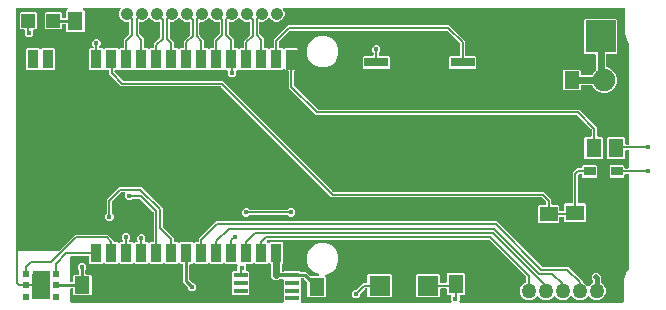
<source format=gbr>
G04 EAGLE Gerber RS-274X export*
G75*
%MOMM*%
%FSLAX34Y34*%
%LPD*%
%INTop Copper*%
%IPPOS*%
%AMOC8*
5,1,8,0,0,1.08239X$1,22.5*%
G01*
%ADD10R,0.940000X1.600000*%
%ADD11C,0.037600*%
%ADD12C,1.905000*%
%ADD13R,0.500000X0.500000*%
%ADD14R,1.450000X2.400000*%
%ADD15R,2.550000X2.700000*%
%ADD16R,1.000000X0.800000*%
%ADD17R,1.300000X1.600000*%
%ADD18R,1.600000X1.300000*%
%ADD19R,1.500000X1.300000*%
%ADD20R,0.508000X0.508000*%
%ADD21R,1.800000X1.700000*%
%ADD22R,1.200000X1.200000*%
%ADD23R,1.300000X1.500000*%
%ADD24C,1.270000*%
%ADD25C,1.050000*%
%ADD26R,2.000000X0.800000*%
%ADD27R,1.200000X0.450000*%
%ADD28C,0.200000*%
%ADD29C,0.254000*%
%ADD30C,0.203200*%
%ADD31C,0.453200*%
%ADD32C,0.603200*%
%ADD33C,0.609600*%
%ADD34C,0.406400*%
%ADD35C,0.503200*%
%ADD36C,0.152400*%
%ADD37C,0.304800*%

G36*
X376017Y12605D02*
X376017Y12605D01*
X376049Y12603D01*
X376156Y12625D01*
X376264Y12641D01*
X376294Y12654D01*
X376325Y12660D01*
X376422Y12712D01*
X376521Y12757D01*
X376546Y12778D01*
X376574Y12793D01*
X376653Y12869D01*
X376736Y12940D01*
X376753Y12967D01*
X376776Y12990D01*
X376830Y13084D01*
X376890Y13176D01*
X376900Y13207D01*
X376915Y13235D01*
X376941Y13341D01*
X376972Y13446D01*
X376973Y13478D01*
X376980Y13509D01*
X376975Y13619D01*
X376976Y13728D01*
X376968Y13759D01*
X376966Y13791D01*
X376930Y13894D01*
X376901Y14000D01*
X376884Y14027D01*
X376873Y14058D01*
X376820Y14131D01*
X376753Y14240D01*
X376717Y14272D01*
X376692Y14307D01*
X376463Y14535D01*
X376463Y17730D01*
X376454Y17794D01*
X376455Y17858D01*
X376434Y17933D01*
X376423Y18009D01*
X376397Y18068D01*
X376380Y18130D01*
X376339Y18196D01*
X376307Y18266D01*
X376265Y18315D01*
X376232Y18370D01*
X376174Y18422D01*
X376124Y18480D01*
X376070Y18516D01*
X376022Y18559D01*
X375953Y18592D01*
X375888Y18635D01*
X375826Y18654D01*
X375769Y18682D01*
X375699Y18693D01*
X375618Y18717D01*
X375533Y18718D01*
X375464Y18729D01*
X373224Y18729D01*
X372479Y19474D01*
X372479Y23714D01*
X372470Y23778D01*
X372471Y23842D01*
X372450Y23917D01*
X372439Y23993D01*
X372413Y24052D01*
X372396Y24114D01*
X372355Y24180D01*
X372323Y24250D01*
X372281Y24299D01*
X372248Y24354D01*
X372190Y24406D01*
X372140Y24464D01*
X372086Y24500D01*
X372038Y24543D01*
X371969Y24576D01*
X371904Y24619D01*
X371842Y24638D01*
X371785Y24666D01*
X371715Y24677D01*
X371634Y24701D01*
X371549Y24702D01*
X371480Y24713D01*
X368020Y24713D01*
X367956Y24704D01*
X367892Y24705D01*
X367817Y24684D01*
X367741Y24673D01*
X367682Y24647D01*
X367620Y24630D01*
X367554Y24589D01*
X367484Y24557D01*
X367435Y24515D01*
X367380Y24482D01*
X367328Y24424D01*
X367270Y24374D01*
X367234Y24320D01*
X367191Y24272D01*
X367158Y24203D01*
X367115Y24138D01*
X367096Y24076D01*
X367068Y24019D01*
X367057Y23949D01*
X367033Y23868D01*
X367032Y23783D01*
X367021Y23714D01*
X367021Y17974D01*
X366276Y17229D01*
X347224Y17229D01*
X346479Y17974D01*
X346479Y36026D01*
X347224Y36771D01*
X366276Y36771D01*
X367021Y36026D01*
X367021Y30286D01*
X367030Y30222D01*
X367029Y30158D01*
X367050Y30083D01*
X367061Y30007D01*
X367087Y29948D01*
X367104Y29886D01*
X367145Y29820D01*
X367177Y29750D01*
X367219Y29701D01*
X367252Y29646D01*
X367310Y29594D01*
X367360Y29536D01*
X367414Y29500D01*
X367462Y29457D01*
X367531Y29424D01*
X367596Y29381D01*
X367658Y29362D01*
X367715Y29334D01*
X367785Y29323D01*
X367866Y29299D01*
X367951Y29298D01*
X368020Y29287D01*
X371480Y29287D01*
X371544Y29296D01*
X371608Y29295D01*
X371683Y29316D01*
X371759Y29327D01*
X371818Y29353D01*
X371880Y29370D01*
X371946Y29411D01*
X372016Y29443D01*
X372065Y29485D01*
X372120Y29518D01*
X372172Y29576D01*
X372230Y29626D01*
X372266Y29680D01*
X372309Y29728D01*
X372342Y29797D01*
X372385Y29862D01*
X372404Y29924D01*
X372432Y29981D01*
X372443Y30051D01*
X372467Y30132D01*
X372468Y30217D01*
X372479Y30286D01*
X372479Y36526D01*
X373224Y37271D01*
X387276Y37271D01*
X388021Y36526D01*
X388021Y19474D01*
X387276Y18729D01*
X384536Y18729D01*
X384472Y18720D01*
X384408Y18721D01*
X384333Y18700D01*
X384257Y18689D01*
X384198Y18663D01*
X384136Y18646D01*
X384070Y18605D01*
X384000Y18573D01*
X383951Y18531D01*
X383896Y18498D01*
X383844Y18440D01*
X383786Y18390D01*
X383750Y18336D01*
X383707Y18288D01*
X383674Y18219D01*
X383631Y18154D01*
X383612Y18092D01*
X383584Y18035D01*
X383573Y17965D01*
X383549Y17884D01*
X383548Y17799D01*
X383537Y17730D01*
X383537Y14535D01*
X383308Y14307D01*
X383289Y14281D01*
X383264Y14260D01*
X383204Y14168D01*
X383139Y14081D01*
X383128Y14051D01*
X383110Y14024D01*
X383078Y13919D01*
X383039Y13817D01*
X383037Y13785D01*
X383028Y13754D01*
X383026Y13645D01*
X383018Y13536D01*
X383024Y13504D01*
X383024Y13472D01*
X383053Y13367D01*
X383075Y13260D01*
X383090Y13231D01*
X383099Y13200D01*
X383156Y13107D01*
X383208Y13011D01*
X383230Y12988D01*
X383247Y12960D01*
X383328Y12887D01*
X383404Y12809D01*
X383432Y12793D01*
X383456Y12771D01*
X383555Y12724D01*
X383650Y12670D01*
X383681Y12662D01*
X383710Y12648D01*
X383800Y12634D01*
X383924Y12605D01*
X383973Y12607D01*
X384015Y12601D01*
X521650Y12601D01*
X521714Y12610D01*
X521778Y12609D01*
X521853Y12630D01*
X521929Y12641D01*
X521988Y12667D01*
X522050Y12684D01*
X522116Y12725D01*
X522186Y12757D01*
X522235Y12799D01*
X522290Y12832D01*
X522342Y12890D01*
X522400Y12940D01*
X522436Y12994D01*
X522479Y13042D01*
X522512Y13111D01*
X522555Y13176D01*
X522574Y13238D01*
X522602Y13295D01*
X522613Y13365D01*
X522637Y13446D01*
X522638Y13531D01*
X522649Y13600D01*
X522649Y31476D01*
X525106Y39038D01*
X526808Y41380D01*
X526817Y41396D01*
X526829Y41409D01*
X526883Y41520D01*
X526940Y41630D01*
X526944Y41647D01*
X526952Y41663D01*
X526966Y41752D01*
X526997Y41906D01*
X526995Y41939D01*
X526999Y41968D01*
X526999Y120464D01*
X526990Y120528D01*
X526991Y120592D01*
X526970Y120667D01*
X526959Y120743D01*
X526933Y120802D01*
X526916Y120864D01*
X526875Y120930D01*
X526843Y121000D01*
X526801Y121049D01*
X526768Y121104D01*
X526710Y121156D01*
X526660Y121214D01*
X526606Y121250D01*
X526558Y121293D01*
X526489Y121326D01*
X526424Y121369D01*
X526362Y121388D01*
X526305Y121416D01*
X526235Y121427D01*
X526154Y121451D01*
X526069Y121452D01*
X526000Y121463D01*
X524020Y121463D01*
X523956Y121454D01*
X523892Y121455D01*
X523817Y121434D01*
X523741Y121423D01*
X523682Y121397D01*
X523620Y121380D01*
X523554Y121339D01*
X523484Y121307D01*
X523435Y121265D01*
X523380Y121232D01*
X523328Y121174D01*
X523270Y121124D01*
X523234Y121070D01*
X523191Y121022D01*
X523158Y120953D01*
X523115Y120888D01*
X523096Y120826D01*
X523068Y120769D01*
X523057Y120699D01*
X523033Y120618D01*
X523032Y120533D01*
X523021Y120464D01*
X523021Y119224D01*
X522276Y118479D01*
X511224Y118479D01*
X510479Y119224D01*
X510479Y128276D01*
X511224Y129021D01*
X522276Y129021D01*
X523021Y128276D01*
X523021Y127036D01*
X523030Y126972D01*
X523029Y126908D01*
X523050Y126833D01*
X523061Y126757D01*
X523087Y126698D01*
X523104Y126636D01*
X523145Y126570D01*
X523177Y126500D01*
X523219Y126451D01*
X523252Y126396D01*
X523310Y126344D01*
X523360Y126286D01*
X523414Y126250D01*
X523462Y126207D01*
X523531Y126174D01*
X523596Y126131D01*
X523658Y126112D01*
X523715Y126084D01*
X523785Y126073D01*
X523866Y126049D01*
X523951Y126048D01*
X524020Y126037D01*
X526000Y126037D01*
X526064Y126046D01*
X526128Y126045D01*
X526203Y126066D01*
X526279Y126077D01*
X526338Y126103D01*
X526400Y126120D01*
X526466Y126161D01*
X526536Y126193D01*
X526585Y126235D01*
X526640Y126268D01*
X526692Y126326D01*
X526750Y126376D01*
X526786Y126430D01*
X526829Y126478D01*
X526862Y126547D01*
X526905Y126612D01*
X526924Y126674D01*
X526952Y126731D01*
X526963Y126801D01*
X526987Y126882D01*
X526988Y126967D01*
X526999Y127036D01*
X526999Y140714D01*
X526990Y140778D01*
X526991Y140842D01*
X526970Y140917D01*
X526959Y140993D01*
X526933Y141052D01*
X526916Y141114D01*
X526875Y141180D01*
X526843Y141250D01*
X526801Y141299D01*
X526768Y141354D01*
X526710Y141406D01*
X526660Y141464D01*
X526606Y141500D01*
X526558Y141543D01*
X526489Y141576D01*
X526424Y141619D01*
X526362Y141638D01*
X526305Y141666D01*
X526235Y141677D01*
X526154Y141701D01*
X526069Y141702D01*
X526000Y141713D01*
X524770Y141713D01*
X524706Y141704D01*
X524642Y141705D01*
X524567Y141684D01*
X524491Y141673D01*
X524432Y141647D01*
X524370Y141630D01*
X524304Y141589D01*
X524234Y141557D01*
X524185Y141515D01*
X524130Y141482D01*
X524078Y141424D01*
X524020Y141374D01*
X523984Y141320D01*
X523941Y141272D01*
X523908Y141203D01*
X523865Y141138D01*
X523846Y141076D01*
X523818Y141019D01*
X523807Y140949D01*
X523783Y140868D01*
X523782Y140783D01*
X523771Y140714D01*
X523771Y135224D01*
X523026Y134479D01*
X508974Y134479D01*
X508229Y135224D01*
X508229Y152276D01*
X508974Y153021D01*
X523026Y153021D01*
X523771Y152276D01*
X523771Y147286D01*
X523780Y147222D01*
X523779Y147158D01*
X523800Y147083D01*
X523811Y147007D01*
X523837Y146948D01*
X523854Y146886D01*
X523895Y146820D01*
X523927Y146750D01*
X523969Y146701D01*
X524002Y146646D01*
X524060Y146594D01*
X524110Y146536D01*
X524164Y146500D01*
X524212Y146457D01*
X524281Y146424D01*
X524346Y146381D01*
X524408Y146362D01*
X524465Y146334D01*
X524535Y146323D01*
X524616Y146299D01*
X524701Y146298D01*
X524770Y146287D01*
X526000Y146287D01*
X526064Y146296D01*
X526128Y146295D01*
X526203Y146316D01*
X526279Y146327D01*
X526338Y146353D01*
X526400Y146370D01*
X526466Y146411D01*
X526536Y146443D01*
X526585Y146485D01*
X526640Y146518D01*
X526692Y146576D01*
X526750Y146626D01*
X526786Y146680D01*
X526829Y146728D01*
X526862Y146797D01*
X526905Y146862D01*
X526924Y146924D01*
X526952Y146981D01*
X526963Y147051D01*
X526987Y147132D01*
X526988Y147217D01*
X526999Y147286D01*
X526999Y231815D01*
X526997Y231833D01*
X526999Y231851D01*
X526977Y231972D01*
X526959Y232094D01*
X526952Y232111D01*
X526949Y232128D01*
X526908Y232208D01*
X526843Y232351D01*
X526822Y232376D01*
X526808Y232402D01*
X526112Y233362D01*
X523899Y240170D01*
X523899Y261400D01*
X523890Y261464D01*
X523891Y261528D01*
X523870Y261603D01*
X523859Y261679D01*
X523833Y261738D01*
X523816Y261800D01*
X523775Y261866D01*
X523743Y261936D01*
X523701Y261985D01*
X523668Y262040D01*
X523610Y262092D01*
X523560Y262150D01*
X523506Y262186D01*
X523458Y262229D01*
X523389Y262262D01*
X523324Y262305D01*
X523262Y262324D01*
X523205Y262352D01*
X523135Y262363D01*
X523054Y262387D01*
X522969Y262388D01*
X522900Y262399D01*
X235035Y262399D01*
X235003Y262395D01*
X234971Y262397D01*
X234864Y262375D01*
X234756Y262359D01*
X234726Y262346D01*
X234695Y262340D01*
X234598Y262288D01*
X234499Y262243D01*
X234474Y262222D01*
X234446Y262207D01*
X234367Y262131D01*
X234284Y262060D01*
X234267Y262033D01*
X234244Y262010D01*
X234190Y261915D01*
X234130Y261824D01*
X234120Y261793D01*
X234105Y261765D01*
X234079Y261659D01*
X234048Y261554D01*
X234047Y261522D01*
X234040Y261490D01*
X234045Y261381D01*
X234044Y261272D01*
X234052Y261241D01*
X234054Y261209D01*
X234090Y261106D01*
X234119Y261000D01*
X234136Y260973D01*
X234147Y260942D01*
X234200Y260869D01*
X234267Y260760D01*
X234303Y260728D01*
X234328Y260694D01*
X235321Y258297D01*
X235321Y255703D01*
X234328Y253306D01*
X232494Y251472D01*
X230097Y250479D01*
X227503Y250479D01*
X225106Y251472D01*
X223157Y253422D01*
X223105Y253460D01*
X223060Y253506D01*
X222993Y253545D01*
X222931Y253591D01*
X222871Y253614D01*
X222815Y253645D01*
X222740Y253663D01*
X222667Y253691D01*
X222603Y253695D01*
X222540Y253710D01*
X222463Y253706D01*
X222386Y253712D01*
X222323Y253699D01*
X222259Y253696D01*
X222186Y253671D01*
X222110Y253655D01*
X222053Y253625D01*
X221992Y253603D01*
X221936Y253562D01*
X221861Y253522D01*
X221800Y253463D01*
X221743Y253422D01*
X219794Y251472D01*
X217397Y250479D01*
X215020Y250479D01*
X214956Y250470D01*
X214892Y250471D01*
X214817Y250450D01*
X214741Y250439D01*
X214682Y250413D01*
X214620Y250396D01*
X214554Y250355D01*
X214484Y250323D01*
X214435Y250281D01*
X214380Y250248D01*
X214328Y250190D01*
X214270Y250140D01*
X214234Y250086D01*
X214191Y250038D01*
X214158Y249969D01*
X214115Y249904D01*
X214096Y249842D01*
X214068Y249785D01*
X214057Y249715D01*
X214033Y249634D01*
X214032Y249549D01*
X214021Y249480D01*
X214021Y240604D01*
X214034Y240510D01*
X214039Y240413D01*
X214054Y240370D01*
X214061Y240325D01*
X214100Y240238D01*
X214132Y240147D01*
X214157Y240112D01*
X214177Y240068D01*
X214260Y239971D01*
X214313Y239898D01*
X218036Y236175D01*
X218036Y228867D01*
X218045Y228804D01*
X218045Y228739D01*
X218065Y228665D01*
X218076Y228588D01*
X218103Y228530D01*
X218120Y228468D01*
X218161Y228402D01*
X218192Y228331D01*
X218234Y228282D01*
X218268Y228228D01*
X218325Y228176D01*
X218376Y228117D01*
X218430Y228082D01*
X218477Y228039D01*
X218547Y228005D01*
X218612Y227962D01*
X218673Y227944D01*
X218731Y227916D01*
X218800Y227905D01*
X218882Y227880D01*
X218966Y227879D01*
X219036Y227868D01*
X220992Y227868D01*
X221409Y227451D01*
X221460Y227412D01*
X221505Y227366D01*
X221573Y227328D01*
X221635Y227282D01*
X221695Y227259D01*
X221751Y227227D01*
X221826Y227209D01*
X221899Y227182D01*
X221963Y227177D01*
X222025Y227162D01*
X222103Y227166D01*
X222180Y227160D01*
X222243Y227173D01*
X222307Y227177D01*
X222380Y227202D01*
X222456Y227218D01*
X222513Y227248D01*
X222573Y227269D01*
X222630Y227311D01*
X222705Y227350D01*
X222766Y227410D01*
X222822Y227451D01*
X223239Y227868D01*
X225196Y227868D01*
X225259Y227877D01*
X225324Y227876D01*
X225398Y227897D01*
X225475Y227908D01*
X225533Y227934D01*
X225595Y227951D01*
X225661Y227992D01*
X225732Y228024D01*
X225781Y228066D01*
X225835Y228100D01*
X225887Y228157D01*
X225946Y228207D01*
X225981Y228261D01*
X226024Y228309D01*
X226058Y228379D01*
X226101Y228443D01*
X226119Y228505D01*
X226147Y228563D01*
X226158Y228632D01*
X226183Y228713D01*
X226184Y228798D01*
X226195Y228867D01*
X226195Y235406D01*
X238059Y247271D01*
X374941Y247271D01*
X388271Y233941D01*
X388271Y222270D01*
X388280Y222206D01*
X388279Y222142D01*
X388300Y222067D01*
X388311Y221991D01*
X388337Y221932D01*
X388354Y221870D01*
X388395Y221804D01*
X388427Y221734D01*
X388469Y221685D01*
X388502Y221630D01*
X388560Y221578D01*
X388610Y221520D01*
X388664Y221484D01*
X388712Y221441D01*
X388781Y221408D01*
X388846Y221365D01*
X388908Y221346D01*
X388965Y221318D01*
X389035Y221307D01*
X389116Y221283D01*
X389201Y221282D01*
X389270Y221271D01*
X396526Y221271D01*
X397271Y220526D01*
X397271Y211474D01*
X396526Y210729D01*
X375474Y210729D01*
X374729Y211474D01*
X374729Y220526D01*
X375474Y221271D01*
X382730Y221271D01*
X382794Y221280D01*
X382858Y221279D01*
X382933Y221300D01*
X383009Y221311D01*
X383068Y221337D01*
X383130Y221354D01*
X383196Y221395D01*
X383266Y221427D01*
X383315Y221469D01*
X383370Y221502D01*
X383422Y221560D01*
X383480Y221610D01*
X383516Y221664D01*
X383559Y221712D01*
X383592Y221781D01*
X383635Y221846D01*
X383654Y221908D01*
X383682Y221965D01*
X383693Y222035D01*
X383717Y222116D01*
X383718Y222201D01*
X383729Y222270D01*
X383729Y231646D01*
X383716Y231740D01*
X383711Y231837D01*
X383696Y231880D01*
X383689Y231925D01*
X383650Y232012D01*
X383618Y232103D01*
X383593Y232138D01*
X383573Y232182D01*
X383490Y232279D01*
X383437Y232352D01*
X373352Y242437D01*
X373275Y242494D01*
X373204Y242559D01*
X373163Y242579D01*
X373127Y242606D01*
X373036Y242640D01*
X372950Y242682D01*
X372908Y242688D01*
X372863Y242705D01*
X372735Y242715D01*
X372646Y242729D01*
X240354Y242729D01*
X240260Y242716D01*
X240163Y242711D01*
X240120Y242696D01*
X240075Y242689D01*
X239988Y242650D01*
X239897Y242618D01*
X239862Y242593D01*
X239818Y242573D01*
X239721Y242490D01*
X239648Y242437D01*
X231029Y233818D01*
X230971Y233741D01*
X230907Y233670D01*
X230887Y233629D01*
X230860Y233592D01*
X230826Y233502D01*
X230784Y233416D01*
X230777Y233374D01*
X230760Y233328D01*
X230750Y233201D01*
X230736Y233111D01*
X230736Y228867D01*
X230745Y228804D01*
X230745Y228739D01*
X230765Y228665D01*
X230776Y228588D01*
X230803Y228530D01*
X230820Y228468D01*
X230861Y228402D01*
X230892Y228331D01*
X230934Y228282D01*
X230968Y228228D01*
X231025Y228176D01*
X231076Y228117D01*
X231130Y228082D01*
X231177Y228039D01*
X231247Y228005D01*
X231312Y227962D01*
X231373Y227944D01*
X231431Y227916D01*
X231500Y227905D01*
X231582Y227880D01*
X231666Y227879D01*
X231736Y227868D01*
X233692Y227868D01*
X234164Y227396D01*
X234216Y227357D01*
X234260Y227311D01*
X234328Y227273D01*
X234390Y227227D01*
X234450Y227204D01*
X234506Y227172D01*
X234581Y227154D01*
X234654Y227127D01*
X234718Y227122D01*
X234780Y227107D01*
X234858Y227111D01*
X234935Y227105D01*
X234998Y227118D01*
X235062Y227122D01*
X235135Y227147D01*
X235211Y227163D01*
X235268Y227193D01*
X235328Y227214D01*
X235385Y227256D01*
X235460Y227295D01*
X235521Y227354D01*
X235577Y227396D01*
X236049Y227868D01*
X246282Y227868D01*
X247136Y227014D01*
X247136Y210181D01*
X246282Y209327D01*
X244436Y209327D01*
X244372Y209317D01*
X244308Y209318D01*
X244233Y209298D01*
X244156Y209287D01*
X244098Y209260D01*
X244036Y209243D01*
X243970Y209202D01*
X243900Y209171D01*
X243851Y209129D01*
X243796Y209095D01*
X243744Y209037D01*
X243685Y208987D01*
X243650Y208933D01*
X243607Y208886D01*
X243573Y208816D01*
X243531Y208751D01*
X243512Y208690D01*
X243484Y208632D01*
X243473Y208562D01*
X243448Y208481D01*
X243447Y208397D01*
X243436Y208327D01*
X243436Y196689D01*
X243450Y196594D01*
X243455Y196498D01*
X243470Y196455D01*
X243476Y196410D01*
X243516Y196322D01*
X243547Y196231D01*
X243572Y196197D01*
X243592Y196153D01*
X243676Y196055D01*
X243729Y195982D01*
X263398Y176313D01*
X263475Y176256D01*
X263546Y176191D01*
X263587Y176171D01*
X263623Y176144D01*
X263714Y176110D01*
X263800Y176068D01*
X263842Y176062D01*
X263887Y176045D01*
X264015Y176035D01*
X264104Y176021D01*
X484941Y176021D01*
X500021Y160941D01*
X500021Y154020D01*
X500030Y153956D01*
X500029Y153892D01*
X500050Y153817D01*
X500061Y153741D01*
X500087Y153682D01*
X500104Y153620D01*
X500145Y153554D01*
X500177Y153484D01*
X500219Y153435D01*
X500252Y153380D01*
X500310Y153328D01*
X500360Y153270D01*
X500414Y153234D01*
X500462Y153191D01*
X500531Y153158D01*
X500596Y153115D01*
X500658Y153096D01*
X500715Y153068D01*
X500785Y153057D01*
X500866Y153033D01*
X500951Y153032D01*
X501020Y153021D01*
X504026Y153021D01*
X504771Y152276D01*
X504771Y135224D01*
X504026Y134479D01*
X489974Y134479D01*
X489229Y135224D01*
X489229Y152276D01*
X489974Y153021D01*
X494480Y153021D01*
X494544Y153030D01*
X494608Y153029D01*
X494683Y153050D01*
X494759Y153061D01*
X494818Y153087D01*
X494880Y153104D01*
X494946Y153145D01*
X495016Y153177D01*
X495065Y153219D01*
X495120Y153252D01*
X495172Y153310D01*
X495230Y153360D01*
X495266Y153414D01*
X495309Y153462D01*
X495342Y153531D01*
X495385Y153596D01*
X495404Y153658D01*
X495432Y153715D01*
X495443Y153785D01*
X495467Y153866D01*
X495468Y153951D01*
X495479Y154020D01*
X495479Y158646D01*
X495466Y158740D01*
X495461Y158837D01*
X495446Y158880D01*
X495439Y158925D01*
X495400Y159012D01*
X495368Y159103D01*
X495343Y159138D01*
X495323Y159182D01*
X495240Y159279D01*
X495187Y159352D01*
X483352Y171187D01*
X483275Y171244D01*
X483204Y171309D01*
X483163Y171329D01*
X483127Y171356D01*
X483036Y171390D01*
X482950Y171432D01*
X482908Y171438D01*
X482863Y171455D01*
X482735Y171465D01*
X482646Y171479D01*
X261809Y171479D01*
X238895Y194394D01*
X238895Y208327D01*
X238886Y208391D01*
X238887Y208455D01*
X238866Y208530D01*
X238855Y208607D01*
X238829Y208665D01*
X238812Y208727D01*
X238771Y208793D01*
X238739Y208863D01*
X238697Y208912D01*
X238663Y208967D01*
X238606Y209019D01*
X238556Y209078D01*
X238502Y209113D01*
X238454Y209156D01*
X238384Y209190D01*
X238320Y209232D01*
X238258Y209251D01*
X238200Y209279D01*
X238131Y209290D01*
X238050Y209315D01*
X237965Y209316D01*
X237896Y209327D01*
X236049Y209327D01*
X235577Y209799D01*
X235526Y209837D01*
X235481Y209883D01*
X235414Y209921D01*
X235352Y209968D01*
X235292Y209991D01*
X235236Y210022D01*
X235160Y210040D01*
X235088Y210067D01*
X235024Y210072D01*
X234961Y210087D01*
X234884Y210083D01*
X234807Y210089D01*
X234744Y210076D01*
X234680Y210073D01*
X234606Y210048D01*
X234531Y210032D01*
X234474Y210001D01*
X234413Y209980D01*
X234357Y209939D01*
X234282Y209899D01*
X234221Y209840D01*
X234164Y209799D01*
X233692Y209327D01*
X223239Y209327D01*
X222822Y209744D01*
X222771Y209782D01*
X222726Y209828D01*
X222659Y209866D01*
X222597Y209913D01*
X222537Y209936D01*
X222481Y209967D01*
X222405Y209985D01*
X222333Y210012D01*
X222269Y210017D01*
X222206Y210032D01*
X222129Y210028D01*
X222052Y210034D01*
X221989Y210021D01*
X221925Y210018D01*
X221851Y209992D01*
X221776Y209977D01*
X221719Y209946D01*
X221658Y209925D01*
X221601Y209884D01*
X221527Y209844D01*
X221466Y209785D01*
X221409Y209744D01*
X220992Y209327D01*
X210539Y209327D01*
X210122Y209744D01*
X210071Y209782D01*
X210026Y209828D01*
X209959Y209866D01*
X209897Y209913D01*
X209837Y209936D01*
X209781Y209967D01*
X209705Y209985D01*
X209633Y210012D01*
X209569Y210017D01*
X209506Y210032D01*
X209429Y210028D01*
X209352Y210034D01*
X209289Y210021D01*
X209225Y210018D01*
X209151Y209992D01*
X209076Y209977D01*
X209019Y209946D01*
X208958Y209925D01*
X208901Y209884D01*
X208827Y209844D01*
X208766Y209785D01*
X208709Y209744D01*
X208292Y209327D01*
X197839Y209327D01*
X197422Y209744D01*
X197371Y209782D01*
X197326Y209828D01*
X197259Y209866D01*
X197197Y209913D01*
X197137Y209936D01*
X197081Y209967D01*
X197005Y209985D01*
X196933Y210012D01*
X196869Y210017D01*
X196806Y210032D01*
X196729Y210028D01*
X196652Y210034D01*
X196589Y210021D01*
X196525Y210018D01*
X196451Y209992D01*
X196376Y209977D01*
X196319Y209946D01*
X196258Y209925D01*
X196201Y209884D01*
X196127Y209844D01*
X196066Y209785D01*
X196009Y209744D01*
X195592Y209327D01*
X195536Y209327D01*
X195472Y209317D01*
X195408Y209318D01*
X195333Y209298D01*
X195257Y209287D01*
X195198Y209260D01*
X195136Y209243D01*
X195070Y209202D01*
X195000Y209171D01*
X194951Y209129D01*
X194896Y209095D01*
X194844Y209037D01*
X194786Y208987D01*
X194750Y208933D01*
X194707Y208886D01*
X194674Y208816D01*
X194631Y208751D01*
X194612Y208690D01*
X194584Y208632D01*
X194573Y208562D01*
X194549Y208481D01*
X194548Y208397D01*
X194537Y208327D01*
X194537Y205535D01*
X192465Y203463D01*
X189535Y203463D01*
X187463Y205535D01*
X187463Y208327D01*
X187454Y208391D01*
X187455Y208455D01*
X187434Y208530D01*
X187423Y208607D01*
X187397Y208665D01*
X187380Y208727D01*
X187339Y208793D01*
X187307Y208863D01*
X187265Y208912D01*
X187232Y208967D01*
X187174Y209019D01*
X187124Y209078D01*
X187070Y209113D01*
X187022Y209156D01*
X186953Y209190D01*
X186888Y209232D01*
X186826Y209251D01*
X186769Y209279D01*
X186699Y209290D01*
X186618Y209315D01*
X186533Y209316D01*
X186464Y209327D01*
X185139Y209327D01*
X184722Y209744D01*
X184671Y209782D01*
X184626Y209828D01*
X184559Y209866D01*
X184497Y209913D01*
X184437Y209936D01*
X184381Y209967D01*
X184305Y209985D01*
X184233Y210012D01*
X184169Y210017D01*
X184106Y210032D01*
X184029Y210028D01*
X183952Y210034D01*
X183889Y210021D01*
X183825Y210018D01*
X183751Y209992D01*
X183676Y209977D01*
X183619Y209946D01*
X183558Y209925D01*
X183501Y209884D01*
X183427Y209844D01*
X183366Y209785D01*
X183309Y209744D01*
X182892Y209327D01*
X172439Y209327D01*
X172022Y209744D01*
X171971Y209782D01*
X171926Y209828D01*
X171859Y209866D01*
X171797Y209913D01*
X171737Y209936D01*
X171681Y209967D01*
X171605Y209985D01*
X171533Y210012D01*
X171469Y210017D01*
X171406Y210032D01*
X171329Y210028D01*
X171252Y210034D01*
X171189Y210021D01*
X171125Y210018D01*
X171051Y209992D01*
X170976Y209977D01*
X170919Y209946D01*
X170858Y209925D01*
X170801Y209884D01*
X170727Y209844D01*
X170666Y209785D01*
X170609Y209744D01*
X170192Y209327D01*
X159739Y209327D01*
X159322Y209744D01*
X159271Y209782D01*
X159226Y209828D01*
X159159Y209866D01*
X159097Y209913D01*
X159037Y209936D01*
X158981Y209967D01*
X158905Y209985D01*
X158833Y210012D01*
X158769Y210017D01*
X158706Y210032D01*
X158629Y210028D01*
X158552Y210034D01*
X158489Y210021D01*
X158425Y210018D01*
X158351Y209992D01*
X158276Y209977D01*
X158219Y209946D01*
X158158Y209925D01*
X158101Y209884D01*
X158027Y209844D01*
X157966Y209785D01*
X157909Y209744D01*
X157492Y209327D01*
X147039Y209327D01*
X146622Y209744D01*
X146571Y209782D01*
X146526Y209828D01*
X146459Y209866D01*
X146397Y209913D01*
X146337Y209936D01*
X146281Y209967D01*
X146205Y209985D01*
X146133Y210012D01*
X146069Y210017D01*
X146006Y210032D01*
X145929Y210028D01*
X145852Y210034D01*
X145789Y210021D01*
X145725Y210018D01*
X145651Y209992D01*
X145576Y209977D01*
X145519Y209946D01*
X145458Y209925D01*
X145401Y209884D01*
X145327Y209844D01*
X145266Y209785D01*
X145209Y209744D01*
X144792Y209327D01*
X134339Y209327D01*
X133922Y209744D01*
X133871Y209782D01*
X133826Y209828D01*
X133759Y209866D01*
X133697Y209913D01*
X133637Y209936D01*
X133581Y209967D01*
X133505Y209985D01*
X133433Y210012D01*
X133369Y210017D01*
X133306Y210032D01*
X133229Y210028D01*
X133152Y210034D01*
X133089Y210021D01*
X133025Y210018D01*
X132951Y209992D01*
X132876Y209977D01*
X132819Y209946D01*
X132758Y209925D01*
X132701Y209884D01*
X132627Y209844D01*
X132566Y209785D01*
X132509Y209744D01*
X132092Y209327D01*
X121639Y209327D01*
X121222Y209744D01*
X121171Y209782D01*
X121126Y209828D01*
X121059Y209866D01*
X120997Y209913D01*
X120937Y209936D01*
X120881Y209967D01*
X120805Y209985D01*
X120733Y210012D01*
X120669Y210017D01*
X120606Y210032D01*
X120529Y210028D01*
X120452Y210034D01*
X120389Y210021D01*
X120325Y210018D01*
X120251Y209992D01*
X120176Y209977D01*
X120119Y209946D01*
X120058Y209925D01*
X120001Y209884D01*
X119927Y209844D01*
X119866Y209785D01*
X119809Y209744D01*
X119392Y209327D01*
X108939Y209327D01*
X108522Y209744D01*
X108471Y209782D01*
X108426Y209828D01*
X108359Y209866D01*
X108297Y209913D01*
X108237Y209936D01*
X108181Y209967D01*
X108105Y209985D01*
X108033Y210012D01*
X107969Y210017D01*
X107906Y210032D01*
X107829Y210028D01*
X107752Y210034D01*
X107689Y210021D01*
X107625Y210018D01*
X107551Y209992D01*
X107476Y209977D01*
X107419Y209946D01*
X107358Y209925D01*
X107301Y209884D01*
X107227Y209844D01*
X107166Y209785D01*
X107109Y209744D01*
X106692Y209327D01*
X96239Y209327D01*
X95822Y209744D01*
X95771Y209782D01*
X95726Y209828D01*
X95659Y209866D01*
X95597Y209913D01*
X95537Y209936D01*
X95481Y209967D01*
X95405Y209985D01*
X95333Y210012D01*
X95269Y210017D01*
X95206Y210032D01*
X95129Y210028D01*
X95052Y210034D01*
X94989Y210021D01*
X94925Y210018D01*
X94851Y209992D01*
X94776Y209977D01*
X94719Y209946D01*
X94658Y209925D01*
X94601Y209884D01*
X94527Y209844D01*
X94466Y209785D01*
X94409Y209744D01*
X93992Y209327D01*
X92297Y209327D01*
X92265Y209322D01*
X92233Y209324D01*
X92126Y209302D01*
X92018Y209287D01*
X91989Y209273D01*
X91957Y209267D01*
X91861Y209216D01*
X91761Y209171D01*
X91736Y209150D01*
X91708Y209134D01*
X91630Y209058D01*
X91547Y208987D01*
X91529Y208960D01*
X91506Y208938D01*
X91452Y208843D01*
X91392Y208751D01*
X91383Y208720D01*
X91367Y208692D01*
X91342Y208586D01*
X91310Y208481D01*
X91309Y208449D01*
X91302Y208418D01*
X91308Y208308D01*
X91306Y208199D01*
X91315Y208168D01*
X91316Y208136D01*
X91352Y208033D01*
X91381Y207928D01*
X91398Y207900D01*
X91409Y207870D01*
X91462Y207797D01*
X91529Y207688D01*
X91566Y207655D01*
X91591Y207621D01*
X98648Y200563D01*
X98725Y200506D01*
X98796Y200441D01*
X98837Y200421D01*
X98873Y200394D01*
X98964Y200360D01*
X99050Y200318D01*
X99092Y200312D01*
X99137Y200295D01*
X99265Y200285D01*
X99354Y200271D01*
X182941Y200271D01*
X276648Y106563D01*
X276725Y106506D01*
X276796Y106441D01*
X276837Y106421D01*
X276873Y106394D01*
X276964Y106360D01*
X277050Y106318D01*
X277092Y106312D01*
X277137Y106295D01*
X277265Y106285D01*
X277354Y106271D01*
X454941Y106271D01*
X461271Y99941D01*
X461271Y96520D01*
X461280Y96458D01*
X461279Y96410D01*
X461279Y96409D01*
X461279Y96392D01*
X461300Y96317D01*
X461311Y96241D01*
X461337Y96182D01*
X461354Y96120D01*
X461395Y96054D01*
X461427Y95984D01*
X461469Y95935D01*
X461502Y95880D01*
X461560Y95828D01*
X461610Y95770D01*
X461664Y95734D01*
X461712Y95691D01*
X461781Y95658D01*
X461846Y95615D01*
X461908Y95596D01*
X461965Y95568D01*
X462035Y95557D01*
X462116Y95533D01*
X462201Y95532D01*
X462270Y95521D01*
X467026Y95521D01*
X467771Y94776D01*
X467771Y91020D01*
X467780Y90956D01*
X467779Y90892D01*
X467800Y90817D01*
X467811Y90741D01*
X467837Y90682D01*
X467854Y90620D01*
X467895Y90554D01*
X467927Y90484D01*
X467969Y90435D01*
X468002Y90380D01*
X468060Y90328D01*
X468110Y90270D01*
X468164Y90234D01*
X468212Y90191D01*
X468281Y90158D01*
X468346Y90115D01*
X468408Y90096D01*
X468465Y90068D01*
X468535Y90057D01*
X468616Y90033D01*
X468701Y90032D01*
X468770Y90021D01*
X471230Y90021D01*
X471294Y90030D01*
X471358Y90029D01*
X471433Y90050D01*
X471509Y90061D01*
X471568Y90087D01*
X471630Y90104D01*
X471696Y90145D01*
X471766Y90177D01*
X471815Y90219D01*
X471870Y90252D01*
X471922Y90310D01*
X471980Y90360D01*
X472016Y90414D01*
X472059Y90462D01*
X472092Y90531D01*
X472135Y90596D01*
X472154Y90658D01*
X472182Y90715D01*
X472193Y90785D01*
X472217Y90866D01*
X472218Y90951D01*
X472229Y91020D01*
X472229Y95776D01*
X472974Y96521D01*
X478230Y96521D01*
X478294Y96530D01*
X478358Y96529D01*
X478433Y96550D01*
X478509Y96561D01*
X478568Y96587D01*
X478630Y96604D01*
X478696Y96645D01*
X478766Y96677D01*
X478815Y96719D01*
X478870Y96752D01*
X478922Y96810D01*
X478980Y96860D01*
X479016Y96914D01*
X479059Y96962D01*
X479092Y97031D01*
X479135Y97096D01*
X479154Y97158D01*
X479182Y97215D01*
X479193Y97285D01*
X479217Y97366D01*
X479218Y97451D01*
X479229Y97520D01*
X479229Y122441D01*
X483059Y126271D01*
X486480Y126271D01*
X486544Y126280D01*
X486608Y126279D01*
X486683Y126300D01*
X486759Y126311D01*
X486818Y126337D01*
X486880Y126354D01*
X486946Y126395D01*
X487016Y126427D01*
X487065Y126469D01*
X487120Y126502D01*
X487172Y126560D01*
X487230Y126610D01*
X487266Y126664D01*
X487309Y126712D01*
X487342Y126781D01*
X487385Y126846D01*
X487404Y126908D01*
X487432Y126965D01*
X487443Y127035D01*
X487467Y127116D01*
X487468Y127201D01*
X487479Y127270D01*
X487479Y128276D01*
X488224Y129021D01*
X499276Y129021D01*
X500021Y128276D01*
X500021Y119224D01*
X499276Y118479D01*
X488224Y118479D01*
X487479Y119224D01*
X487479Y120730D01*
X487470Y120794D01*
X487471Y120858D01*
X487450Y120933D01*
X487439Y121009D01*
X487413Y121068D01*
X487396Y121130D01*
X487355Y121196D01*
X487323Y121266D01*
X487281Y121315D01*
X487248Y121370D01*
X487190Y121422D01*
X487140Y121480D01*
X487086Y121516D01*
X487038Y121559D01*
X486969Y121592D01*
X486904Y121635D01*
X486842Y121654D01*
X486785Y121682D01*
X486715Y121693D01*
X486634Y121717D01*
X486549Y121718D01*
X486480Y121729D01*
X485354Y121729D01*
X485260Y121716D01*
X485163Y121711D01*
X485120Y121696D01*
X485075Y121689D01*
X484988Y121650D01*
X484897Y121618D01*
X484862Y121593D01*
X484818Y121573D01*
X484721Y121490D01*
X484648Y121437D01*
X484063Y120852D01*
X484006Y120775D01*
X483941Y120704D01*
X483921Y120663D01*
X483894Y120627D01*
X483860Y120536D01*
X483818Y120450D01*
X483812Y120408D01*
X483795Y120363D01*
X483785Y120235D01*
X483771Y120146D01*
X483771Y97520D01*
X483780Y97458D01*
X483779Y97409D01*
X483779Y97408D01*
X483779Y97392D01*
X483800Y97317D01*
X483811Y97241D01*
X483837Y97182D01*
X483854Y97120D01*
X483895Y97054D01*
X483927Y96984D01*
X483969Y96935D01*
X484002Y96880D01*
X484060Y96828D01*
X484110Y96770D01*
X484164Y96734D01*
X484212Y96691D01*
X484281Y96658D01*
X484346Y96615D01*
X484408Y96596D01*
X484465Y96568D01*
X484535Y96557D01*
X484616Y96533D01*
X484701Y96532D01*
X484770Y96521D01*
X490026Y96521D01*
X490771Y95776D01*
X490771Y81724D01*
X490026Y80979D01*
X472974Y80979D01*
X472229Y81724D01*
X472229Y84480D01*
X472220Y84544D01*
X472221Y84608D01*
X472200Y84683D01*
X472189Y84759D01*
X472163Y84818D01*
X472146Y84880D01*
X472105Y84946D01*
X472073Y85016D01*
X472031Y85065D01*
X471998Y85120D01*
X471940Y85172D01*
X471890Y85230D01*
X471836Y85266D01*
X471788Y85309D01*
X471719Y85342D01*
X471654Y85385D01*
X471592Y85404D01*
X471535Y85432D01*
X471465Y85443D01*
X471384Y85467D01*
X471299Y85468D01*
X471230Y85479D01*
X468770Y85479D01*
X468706Y85470D01*
X468642Y85471D01*
X468567Y85450D01*
X468491Y85439D01*
X468432Y85413D01*
X468370Y85396D01*
X468304Y85355D01*
X468234Y85323D01*
X468185Y85281D01*
X468130Y85248D01*
X468078Y85190D01*
X468020Y85140D01*
X467984Y85086D01*
X467941Y85038D01*
X467908Y84969D01*
X467865Y84904D01*
X467846Y84842D01*
X467818Y84785D01*
X467807Y84715D01*
X467783Y84634D01*
X467782Y84549D01*
X467771Y84480D01*
X467771Y80724D01*
X467026Y79979D01*
X450974Y79979D01*
X450229Y80724D01*
X450229Y94776D01*
X450974Y95521D01*
X455730Y95521D01*
X455794Y95530D01*
X455858Y95529D01*
X455933Y95550D01*
X456009Y95561D01*
X456068Y95587D01*
X456130Y95604D01*
X456196Y95645D01*
X456266Y95677D01*
X456315Y95719D01*
X456370Y95752D01*
X456422Y95810D01*
X456480Y95860D01*
X456516Y95914D01*
X456559Y95962D01*
X456592Y96031D01*
X456635Y96096D01*
X456654Y96158D01*
X456682Y96215D01*
X456693Y96285D01*
X456717Y96366D01*
X456718Y96451D01*
X456729Y96520D01*
X456729Y97646D01*
X456716Y97740D01*
X456711Y97837D01*
X456696Y97880D01*
X456689Y97925D01*
X456650Y98012D01*
X456618Y98103D01*
X456593Y98138D01*
X456573Y98182D01*
X456490Y98279D01*
X456437Y98352D01*
X453352Y101437D01*
X453275Y101494D01*
X453204Y101559D01*
X453163Y101579D01*
X453127Y101606D01*
X453036Y101640D01*
X452950Y101682D01*
X452908Y101688D01*
X452863Y101705D01*
X452735Y101715D01*
X452646Y101729D01*
X275059Y101729D01*
X181352Y195437D01*
X181275Y195494D01*
X181204Y195559D01*
X181163Y195579D01*
X181127Y195606D01*
X181036Y195640D01*
X180950Y195682D01*
X180908Y195688D01*
X180863Y195705D01*
X180735Y195715D01*
X180646Y195729D01*
X97059Y195729D01*
X86729Y206059D01*
X86729Y208327D01*
X86720Y208391D01*
X86721Y208455D01*
X86700Y208530D01*
X86689Y208607D01*
X86663Y208665D01*
X86646Y208727D01*
X86605Y208793D01*
X86573Y208863D01*
X86531Y208912D01*
X86498Y208967D01*
X86440Y209019D01*
X86390Y209078D01*
X86336Y209113D01*
X86288Y209156D01*
X86219Y209190D01*
X86154Y209232D01*
X86092Y209251D01*
X86035Y209279D01*
X85965Y209290D01*
X85884Y209315D01*
X85799Y209316D01*
X85730Y209327D01*
X83539Y209327D01*
X83122Y209744D01*
X83071Y209782D01*
X83026Y209828D01*
X82959Y209866D01*
X82897Y209913D01*
X82837Y209936D01*
X82781Y209967D01*
X82705Y209985D01*
X82633Y210012D01*
X82569Y210017D01*
X82506Y210032D01*
X82429Y210028D01*
X82352Y210034D01*
X82289Y210021D01*
X82225Y210018D01*
X82151Y209992D01*
X82076Y209977D01*
X82019Y209946D01*
X81958Y209925D01*
X81901Y209884D01*
X81827Y209844D01*
X81766Y209785D01*
X81709Y209744D01*
X81292Y209327D01*
X70839Y209327D01*
X70095Y210071D01*
X70095Y227124D01*
X70839Y227868D01*
X72718Y227868D01*
X72750Y227873D01*
X72782Y227870D01*
X72889Y227892D01*
X72997Y227908D01*
X73026Y227921D01*
X73058Y227928D01*
X73154Y227979D01*
X73254Y228024D01*
X73279Y228045D01*
X73307Y228060D01*
X73385Y228136D01*
X73468Y228207D01*
X73486Y228234D01*
X73509Y228257D01*
X73563Y228352D01*
X73623Y228443D01*
X73632Y228474D01*
X73648Y228502D01*
X73673Y228609D01*
X73705Y228713D01*
X73706Y228745D01*
X73713Y228777D01*
X73707Y228886D01*
X73709Y228995D01*
X73700Y229026D01*
X73699Y229058D01*
X73663Y229161D01*
X73634Y229267D01*
X73617Y229294D01*
X73606Y229325D01*
X73553Y229398D01*
X73486Y229507D01*
X73450Y229539D01*
X73424Y229574D01*
X72463Y230535D01*
X72463Y233465D01*
X74535Y235537D01*
X77465Y235537D01*
X79537Y233465D01*
X79537Y230535D01*
X78576Y229574D01*
X78556Y229548D01*
X78532Y229527D01*
X78472Y229436D01*
X78406Y229348D01*
X78395Y229318D01*
X78377Y229291D01*
X78345Y229187D01*
X78307Y229084D01*
X78304Y229052D01*
X78295Y229021D01*
X78293Y228912D01*
X78285Y228803D01*
X78292Y228772D01*
X78291Y228739D01*
X78320Y228634D01*
X78343Y228527D01*
X78358Y228499D01*
X78366Y228468D01*
X78424Y228375D01*
X78475Y228278D01*
X78498Y228255D01*
X78514Y228228D01*
X78595Y228155D01*
X78672Y228076D01*
X78700Y228060D01*
X78724Y228039D01*
X78822Y227991D01*
X78917Y227937D01*
X78949Y227930D01*
X78978Y227916D01*
X79067Y227902D01*
X79192Y227872D01*
X79240Y227875D01*
X79282Y227868D01*
X81292Y227868D01*
X81709Y227451D01*
X81760Y227412D01*
X81805Y227366D01*
X81873Y227328D01*
X81935Y227282D01*
X81995Y227259D01*
X82051Y227227D01*
X82126Y227209D01*
X82199Y227182D01*
X82263Y227177D01*
X82325Y227162D01*
X82403Y227166D01*
X82480Y227160D01*
X82543Y227173D01*
X82607Y227177D01*
X82680Y227202D01*
X82756Y227218D01*
X82813Y227248D01*
X82873Y227269D01*
X82930Y227311D01*
X83005Y227350D01*
X83066Y227410D01*
X83122Y227451D01*
X83539Y227868D01*
X93992Y227868D01*
X94409Y227451D01*
X94460Y227412D01*
X94505Y227366D01*
X94573Y227328D01*
X94635Y227282D01*
X94695Y227259D01*
X94751Y227227D01*
X94826Y227209D01*
X94899Y227182D01*
X94963Y227177D01*
X95025Y227162D01*
X95103Y227166D01*
X95180Y227160D01*
X95243Y227173D01*
X95307Y227177D01*
X95380Y227202D01*
X95456Y227218D01*
X95513Y227248D01*
X95573Y227269D01*
X95630Y227311D01*
X95705Y227350D01*
X95766Y227410D01*
X95822Y227451D01*
X96239Y227868D01*
X98196Y227868D01*
X98259Y227877D01*
X98324Y227876D01*
X98398Y227897D01*
X98475Y227908D01*
X98533Y227934D01*
X98595Y227951D01*
X98661Y227992D01*
X98732Y228024D01*
X98781Y228066D01*
X98835Y228100D01*
X98887Y228157D01*
X98946Y228207D01*
X98981Y228261D01*
X99024Y228309D01*
X99058Y228379D01*
X99101Y228443D01*
X99119Y228505D01*
X99147Y228563D01*
X99158Y228632D01*
X99183Y228713D01*
X99184Y228798D01*
X99195Y228867D01*
X99195Y235406D01*
X103737Y239948D01*
X103794Y240025D01*
X103859Y240096D01*
X103879Y240137D01*
X103906Y240173D01*
X103940Y240264D01*
X103982Y240350D01*
X103988Y240392D01*
X104005Y240437D01*
X104015Y240565D01*
X104029Y240654D01*
X104029Y249480D01*
X104021Y249539D01*
X104021Y249551D01*
X104020Y249553D01*
X104021Y249608D01*
X104000Y249683D01*
X103989Y249759D01*
X103963Y249818D01*
X103946Y249880D01*
X103905Y249946D01*
X103873Y250016D01*
X103831Y250065D01*
X103798Y250120D01*
X103740Y250172D01*
X103690Y250230D01*
X103636Y250266D01*
X103588Y250309D01*
X103519Y250342D01*
X103454Y250385D01*
X103392Y250404D01*
X103335Y250432D01*
X103265Y250443D01*
X103184Y250467D01*
X103099Y250468D01*
X103030Y250479D01*
X100503Y250479D01*
X98106Y251472D01*
X96272Y253306D01*
X95279Y255703D01*
X95279Y258297D01*
X96272Y260694D01*
X96291Y260719D01*
X96316Y260740D01*
X96376Y260832D01*
X96441Y260919D01*
X96452Y260949D01*
X96470Y260976D01*
X96502Y261081D01*
X96541Y261183D01*
X96543Y261215D01*
X96552Y261246D01*
X96554Y261355D01*
X96562Y261464D01*
X96556Y261496D01*
X96556Y261528D01*
X96527Y261633D01*
X96505Y261740D01*
X96490Y261769D01*
X96481Y261800D01*
X96424Y261893D01*
X96372Y261989D01*
X96350Y262012D01*
X96333Y262040D01*
X96252Y262113D01*
X96176Y262191D01*
X96147Y262207D01*
X96124Y262229D01*
X96025Y262276D01*
X95930Y262330D01*
X95899Y262338D01*
X95870Y262352D01*
X95780Y262366D01*
X95656Y262395D01*
X95607Y262393D01*
X95565Y262399D01*
X65810Y262399D01*
X65778Y262395D01*
X65746Y262397D01*
X65639Y262375D01*
X65531Y262359D01*
X65502Y262346D01*
X65470Y262340D01*
X65374Y262288D01*
X65274Y262243D01*
X65250Y262222D01*
X65221Y262207D01*
X65143Y262131D01*
X65060Y262060D01*
X65042Y262033D01*
X65019Y262010D01*
X64965Y261915D01*
X64905Y261824D01*
X64896Y261793D01*
X64880Y261765D01*
X64855Y261659D01*
X64823Y261554D01*
X64822Y261522D01*
X64815Y261491D01*
X64821Y261381D01*
X64819Y261272D01*
X64828Y261241D01*
X64829Y261209D01*
X64865Y261106D01*
X64894Y261000D01*
X64911Y260973D01*
X64922Y260942D01*
X64975Y260869D01*
X65043Y260760D01*
X65079Y260728D01*
X65104Y260693D01*
X66021Y259776D01*
X66021Y242724D01*
X65276Y241979D01*
X51224Y241979D01*
X50479Y242724D01*
X50479Y247710D01*
X50470Y247774D01*
X50471Y247838D01*
X50450Y247913D01*
X50439Y247989D01*
X50413Y248048D01*
X50396Y248110D01*
X50355Y248176D01*
X50323Y248246D01*
X50281Y248295D01*
X50248Y248350D01*
X50190Y248402D01*
X50140Y248460D01*
X50086Y248496D01*
X50038Y248539D01*
X49969Y248572D01*
X49904Y248615D01*
X49842Y248634D01*
X49785Y248662D01*
X49715Y248673D01*
X49634Y248697D01*
X49549Y248698D01*
X49480Y248709D01*
X47770Y248709D01*
X47706Y248700D01*
X47642Y248701D01*
X47567Y248680D01*
X47491Y248669D01*
X47432Y248643D01*
X47370Y248626D01*
X47304Y248585D01*
X47234Y248553D01*
X47185Y248511D01*
X47130Y248478D01*
X47078Y248420D01*
X47020Y248370D01*
X46984Y248316D01*
X46941Y248268D01*
X46908Y248199D01*
X46865Y248134D01*
X46846Y248072D01*
X46818Y248015D01*
X46807Y247945D01*
X46783Y247864D01*
X46782Y247779D01*
X46771Y247710D01*
X46771Y244724D01*
X46026Y243979D01*
X32974Y243979D01*
X32229Y244724D01*
X32229Y257776D01*
X32974Y258521D01*
X46026Y258521D01*
X46771Y257776D01*
X46771Y254790D01*
X46780Y254726D01*
X46779Y254662D01*
X46800Y254587D01*
X46811Y254511D01*
X46837Y254452D01*
X46854Y254390D01*
X46895Y254324D01*
X46927Y254254D01*
X46969Y254205D01*
X47002Y254150D01*
X47060Y254098D01*
X47110Y254040D01*
X47164Y254004D01*
X47212Y253961D01*
X47281Y253928D01*
X47346Y253885D01*
X47408Y253866D01*
X47465Y253838D01*
X47535Y253827D01*
X47616Y253803D01*
X47701Y253802D01*
X47770Y253791D01*
X49480Y253791D01*
X49544Y253800D01*
X49608Y253799D01*
X49683Y253820D01*
X49759Y253831D01*
X49818Y253857D01*
X49880Y253874D01*
X49946Y253915D01*
X50016Y253947D01*
X50065Y253989D01*
X50120Y254022D01*
X50172Y254080D01*
X50230Y254130D01*
X50266Y254184D01*
X50309Y254232D01*
X50342Y254301D01*
X50385Y254366D01*
X50404Y254428D01*
X50432Y254485D01*
X50443Y254555D01*
X50467Y254636D01*
X50468Y254721D01*
X50479Y254790D01*
X50479Y259776D01*
X51396Y260693D01*
X51416Y260719D01*
X51440Y260740D01*
X51500Y260832D01*
X51566Y260919D01*
X51577Y260949D01*
X51595Y260976D01*
X51627Y261081D01*
X51665Y261183D01*
X51668Y261215D01*
X51677Y261246D01*
X51679Y261355D01*
X51687Y261464D01*
X51680Y261496D01*
X51681Y261528D01*
X51652Y261633D01*
X51629Y261740D01*
X51614Y261769D01*
X51606Y261800D01*
X51548Y261893D01*
X51497Y261989D01*
X51474Y262012D01*
X51457Y262040D01*
X51377Y262113D01*
X51300Y262191D01*
X51272Y262207D01*
X51248Y262229D01*
X51150Y262276D01*
X51055Y262330D01*
X51023Y262338D01*
X50994Y262352D01*
X50905Y262366D01*
X50780Y262395D01*
X50732Y262393D01*
X50690Y262399D01*
X8850Y262399D01*
X8786Y262390D01*
X8722Y262391D01*
X8647Y262370D01*
X8571Y262359D01*
X8512Y262333D01*
X8450Y262316D01*
X8384Y262275D01*
X8314Y262243D01*
X8265Y262201D01*
X8210Y262168D01*
X8158Y262110D01*
X8100Y262060D01*
X8064Y262006D01*
X8021Y261958D01*
X7988Y261889D01*
X7945Y261824D01*
X7926Y261762D01*
X7898Y261705D01*
X7887Y261635D01*
X7863Y261554D01*
X7862Y261469D01*
X7851Y261400D01*
X7851Y57000D01*
X7860Y56936D01*
X7859Y56872D01*
X7880Y56797D01*
X7891Y56721D01*
X7917Y56662D01*
X7934Y56600D01*
X7975Y56534D01*
X8007Y56464D01*
X8049Y56415D01*
X8082Y56360D01*
X8140Y56308D01*
X8190Y56250D01*
X8244Y56214D01*
X8292Y56171D01*
X8361Y56138D01*
X8426Y56095D01*
X8488Y56076D01*
X8545Y56048D01*
X8615Y56037D01*
X8696Y56013D01*
X8781Y56012D01*
X8850Y56001D01*
X43376Y56001D01*
X43470Y56014D01*
X43567Y56019D01*
X43610Y56034D01*
X43655Y56041D01*
X43742Y56080D01*
X43833Y56112D01*
X43868Y56137D01*
X43912Y56157D01*
X44009Y56240D01*
X44082Y56293D01*
X58059Y70271D01*
X85941Y70271D01*
X91036Y65175D01*
X91036Y64677D01*
X91045Y64614D01*
X91045Y64549D01*
X91065Y64475D01*
X91076Y64398D01*
X91103Y64340D01*
X91120Y64278D01*
X91161Y64212D01*
X91192Y64141D01*
X91234Y64092D01*
X91268Y64038D01*
X91325Y63986D01*
X91376Y63927D01*
X91430Y63892D01*
X91477Y63849D01*
X91547Y63815D01*
X91612Y63772D01*
X91673Y63754D01*
X91731Y63726D01*
X91800Y63715D01*
X91882Y63690D01*
X91966Y63689D01*
X92036Y63678D01*
X93992Y63678D01*
X94409Y63261D01*
X94460Y63222D01*
X94505Y63176D01*
X94573Y63138D01*
X94635Y63092D01*
X94695Y63069D01*
X94751Y63037D01*
X94826Y63019D01*
X94899Y62992D01*
X94963Y62987D01*
X95025Y62972D01*
X95103Y62976D01*
X95180Y62970D01*
X95243Y62983D01*
X95307Y62987D01*
X95380Y63012D01*
X95456Y63028D01*
X95513Y63058D01*
X95573Y63079D01*
X95630Y63121D01*
X95705Y63160D01*
X95766Y63220D01*
X95822Y63261D01*
X96239Y63678D01*
X97730Y63678D01*
X97794Y63687D01*
X97858Y63686D01*
X97933Y63707D01*
X98009Y63718D01*
X98068Y63744D01*
X98130Y63761D01*
X98196Y63802D01*
X98266Y63834D01*
X98315Y63876D01*
X98370Y63910D01*
X98422Y63967D01*
X98480Y64017D01*
X98516Y64071D01*
X98559Y64119D01*
X98592Y64189D01*
X98635Y64253D01*
X98654Y64315D01*
X98682Y64373D01*
X98693Y64442D01*
X98717Y64523D01*
X98718Y64608D01*
X98729Y64677D01*
X98729Y64855D01*
X98716Y64950D01*
X98711Y65046D01*
X98696Y65089D01*
X98689Y65134D01*
X98650Y65222D01*
X98618Y65313D01*
X98593Y65347D01*
X98573Y65391D01*
X98490Y65489D01*
X98437Y65562D01*
X97463Y66535D01*
X97463Y69465D01*
X99535Y71537D01*
X102465Y71537D01*
X104537Y69465D01*
X104537Y66535D01*
X103563Y65562D01*
X103506Y65485D01*
X103441Y65413D01*
X103421Y65373D01*
X103394Y65336D01*
X103360Y65246D01*
X103318Y65160D01*
X103312Y65118D01*
X103295Y65072D01*
X103285Y64945D01*
X103271Y64855D01*
X103271Y64677D01*
X103280Y64614D01*
X103279Y64549D01*
X103300Y64475D01*
X103311Y64398D01*
X103337Y64340D01*
X103354Y64278D01*
X103395Y64212D01*
X103427Y64141D01*
X103469Y64092D01*
X103502Y64038D01*
X103560Y63986D01*
X103610Y63927D01*
X103664Y63892D01*
X103712Y63849D01*
X103781Y63815D01*
X103846Y63772D01*
X103908Y63754D01*
X103965Y63726D01*
X104035Y63715D01*
X104116Y63690D01*
X104201Y63689D01*
X104270Y63678D01*
X106692Y63678D01*
X107109Y63261D01*
X107160Y63222D01*
X107205Y63176D01*
X107273Y63138D01*
X107335Y63092D01*
X107395Y63069D01*
X107451Y63037D01*
X107526Y63019D01*
X107599Y62992D01*
X107663Y62987D01*
X107725Y62972D01*
X107803Y62976D01*
X107880Y62970D01*
X107942Y62983D01*
X108007Y62987D01*
X108080Y63012D01*
X108156Y63028D01*
X108213Y63058D01*
X108273Y63079D01*
X108330Y63121D01*
X108405Y63160D01*
X108466Y63220D01*
X108522Y63261D01*
X108939Y63678D01*
X109908Y63678D01*
X109940Y63683D01*
X109972Y63680D01*
X110079Y63702D01*
X110187Y63718D01*
X110216Y63731D01*
X110248Y63738D01*
X110345Y63789D01*
X110444Y63834D01*
X110469Y63855D01*
X110497Y63870D01*
X110575Y63946D01*
X110658Y64017D01*
X110676Y64044D01*
X110699Y64067D01*
X110753Y64162D01*
X110813Y64253D01*
X110822Y64284D01*
X110838Y64312D01*
X110863Y64419D01*
X110895Y64523D01*
X110896Y64555D01*
X110903Y64587D01*
X110897Y64696D01*
X110899Y64805D01*
X110890Y64836D01*
X110889Y64868D01*
X110853Y64972D01*
X110824Y65077D01*
X110807Y65104D01*
X110796Y65135D01*
X110743Y65208D01*
X110676Y65317D01*
X110640Y65349D01*
X110614Y65384D01*
X110463Y65535D01*
X110463Y68465D01*
X112535Y70537D01*
X115465Y70537D01*
X117537Y68465D01*
X117537Y65535D01*
X117386Y65384D01*
X117366Y65358D01*
X117342Y65337D01*
X117282Y65246D01*
X117216Y65158D01*
X117205Y65128D01*
X117187Y65101D01*
X117155Y64997D01*
X117117Y64894D01*
X117114Y64862D01*
X117105Y64831D01*
X117103Y64722D01*
X117095Y64613D01*
X117102Y64582D01*
X117101Y64549D01*
X117130Y64444D01*
X117153Y64337D01*
X117168Y64309D01*
X117176Y64278D01*
X117234Y64185D01*
X117285Y64088D01*
X117307Y64065D01*
X117324Y64038D01*
X117406Y63964D01*
X117482Y63886D01*
X117510Y63870D01*
X117534Y63849D01*
X117632Y63801D01*
X117727Y63747D01*
X117758Y63740D01*
X117788Y63726D01*
X117877Y63712D01*
X118002Y63682D01*
X118050Y63685D01*
X118092Y63678D01*
X119392Y63678D01*
X119809Y63261D01*
X119860Y63222D01*
X119905Y63176D01*
X119973Y63138D01*
X120035Y63092D01*
X120095Y63069D01*
X120151Y63037D01*
X120226Y63019D01*
X120299Y62992D01*
X120363Y62987D01*
X120425Y62972D01*
X120503Y62976D01*
X120580Y62970D01*
X120643Y62983D01*
X120707Y62987D01*
X120780Y63012D01*
X120856Y63028D01*
X120913Y63058D01*
X120973Y63079D01*
X121030Y63121D01*
X121105Y63160D01*
X121166Y63220D01*
X121222Y63261D01*
X121639Y63678D01*
X123596Y63678D01*
X123659Y63687D01*
X123724Y63686D01*
X123798Y63707D01*
X123875Y63718D01*
X123933Y63744D01*
X123995Y63761D01*
X124061Y63802D01*
X124132Y63834D01*
X124181Y63876D01*
X124235Y63910D01*
X124287Y63967D01*
X124346Y64017D01*
X124381Y64071D01*
X124424Y64119D01*
X124458Y64189D01*
X124501Y64253D01*
X124519Y64315D01*
X124547Y64373D01*
X124558Y64442D01*
X124583Y64523D01*
X124584Y64608D01*
X124595Y64677D01*
X124595Y88780D01*
X124581Y88875D01*
X124577Y88971D01*
X124562Y89014D01*
X124555Y89059D01*
X124516Y89147D01*
X124484Y89237D01*
X124459Y89272D01*
X124439Y89316D01*
X124356Y89413D01*
X124302Y89486D01*
X113352Y100437D01*
X113275Y100494D01*
X113204Y100559D01*
X113163Y100579D01*
X113127Y100606D01*
X113036Y100640D01*
X112950Y100682D01*
X112908Y100688D01*
X112863Y100705D01*
X112735Y100715D01*
X112646Y100729D01*
X107145Y100729D01*
X107050Y100716D01*
X106954Y100711D01*
X106911Y100696D01*
X106866Y100689D01*
X106778Y100650D01*
X106687Y100618D01*
X106653Y100593D01*
X106609Y100573D01*
X106511Y100490D01*
X106438Y100437D01*
X105465Y99463D01*
X102535Y99463D01*
X100463Y101535D01*
X100463Y104525D01*
X100472Y104549D01*
X100490Y104576D01*
X100522Y104681D01*
X100561Y104783D01*
X100563Y104815D01*
X100572Y104846D01*
X100574Y104955D01*
X100582Y105064D01*
X100576Y105096D01*
X100576Y105128D01*
X100547Y105233D01*
X100525Y105340D01*
X100510Y105369D01*
X100501Y105400D01*
X100444Y105493D01*
X100392Y105589D01*
X100370Y105612D01*
X100353Y105640D01*
X100272Y105713D01*
X100196Y105791D01*
X100168Y105807D01*
X100144Y105829D01*
X100045Y105876D01*
X99950Y105930D01*
X99919Y105938D01*
X99890Y105952D01*
X99800Y105966D01*
X99676Y105995D01*
X99627Y105993D01*
X99585Y105999D01*
X97624Y105999D01*
X97530Y105986D01*
X97433Y105981D01*
X97390Y105966D01*
X97345Y105959D01*
X97258Y105920D01*
X97167Y105888D01*
X97132Y105863D01*
X97088Y105843D01*
X96991Y105760D01*
X96918Y105707D01*
X89563Y98352D01*
X89506Y98275D01*
X89441Y98204D01*
X89421Y98163D01*
X89394Y98127D01*
X89360Y98036D01*
X89318Y97950D01*
X89312Y97908D01*
X89295Y97863D01*
X89285Y97735D01*
X89271Y97646D01*
X89271Y88145D01*
X89284Y88050D01*
X89289Y87954D01*
X89304Y87911D01*
X89311Y87866D01*
X89350Y87778D01*
X89382Y87687D01*
X89407Y87653D01*
X89427Y87609D01*
X89510Y87511D01*
X89563Y87438D01*
X90537Y86465D01*
X90537Y83535D01*
X88465Y81463D01*
X85535Y81463D01*
X83463Y83535D01*
X83463Y86465D01*
X84437Y87438D01*
X84494Y87515D01*
X84559Y87587D01*
X84579Y87627D01*
X84606Y87664D01*
X84640Y87754D01*
X84682Y87840D01*
X84688Y87882D01*
X84705Y87928D01*
X84715Y88055D01*
X84729Y88145D01*
X84729Y99941D01*
X95329Y110541D01*
X114295Y110541D01*
X115918Y108918D01*
X130784Y94052D01*
X132406Y92429D01*
X132406Y77219D01*
X132420Y77124D01*
X132425Y77028D01*
X132440Y76985D01*
X132446Y76940D01*
X132486Y76852D01*
X132517Y76761D01*
X132542Y76727D01*
X132562Y76683D01*
X132646Y76585D01*
X132699Y76512D01*
X140214Y68998D01*
X141836Y67375D01*
X141836Y64677D01*
X141845Y64614D01*
X141845Y64549D01*
X141865Y64475D01*
X141876Y64398D01*
X141903Y64340D01*
X141920Y64278D01*
X141961Y64212D01*
X141992Y64141D01*
X142034Y64092D01*
X142068Y64038D01*
X142125Y63986D01*
X142176Y63927D01*
X142230Y63892D01*
X142277Y63849D01*
X142347Y63815D01*
X142412Y63772D01*
X142473Y63754D01*
X142531Y63726D01*
X142600Y63715D01*
X142682Y63690D01*
X142766Y63689D01*
X142836Y63678D01*
X144792Y63678D01*
X145209Y63261D01*
X145260Y63222D01*
X145305Y63176D01*
X145373Y63138D01*
X145435Y63092D01*
X145495Y63069D01*
X145551Y63037D01*
X145626Y63019D01*
X145699Y62992D01*
X145763Y62987D01*
X145825Y62972D01*
X145903Y62976D01*
X145980Y62970D01*
X146043Y62983D01*
X146107Y62987D01*
X146180Y63012D01*
X146256Y63028D01*
X146313Y63058D01*
X146373Y63079D01*
X146430Y63121D01*
X146505Y63160D01*
X146566Y63220D01*
X146622Y63261D01*
X147039Y63678D01*
X157492Y63678D01*
X157909Y63261D01*
X157960Y63222D01*
X158005Y63176D01*
X158073Y63138D01*
X158135Y63092D01*
X158195Y63069D01*
X158251Y63037D01*
X158326Y63019D01*
X158399Y62992D01*
X158463Y62987D01*
X158525Y62972D01*
X158603Y62976D01*
X158680Y62970D01*
X158743Y62983D01*
X158807Y62987D01*
X158880Y63012D01*
X158956Y63028D01*
X159013Y63058D01*
X159073Y63079D01*
X159130Y63121D01*
X159205Y63160D01*
X159266Y63220D01*
X159322Y63261D01*
X159739Y63678D01*
X161680Y63678D01*
X161743Y63687D01*
X161808Y63686D01*
X161882Y63707D01*
X161959Y63718D01*
X162017Y63744D01*
X162079Y63761D01*
X162145Y63802D01*
X162216Y63834D01*
X162265Y63876D01*
X162319Y63910D01*
X162371Y63967D01*
X162430Y64017D01*
X162465Y64071D01*
X162508Y64119D01*
X162542Y64189D01*
X162585Y64253D01*
X162603Y64315D01*
X162631Y64373D01*
X162642Y64442D01*
X162667Y64523D01*
X162668Y64608D01*
X162679Y64677D01*
X162679Y66913D01*
X177053Y81287D01*
X415005Y81287D01*
X453157Y43135D01*
X453233Y43078D01*
X453305Y43013D01*
X453346Y42993D01*
X453382Y42966D01*
X453472Y42932D01*
X453559Y42890D01*
X453601Y42884D01*
X453646Y42867D01*
X453774Y42857D01*
X453863Y42843D01*
X475391Y42843D01*
X487637Y30597D01*
X487637Y30269D01*
X487638Y30260D01*
X487637Y30250D01*
X487658Y30120D01*
X487677Y29990D01*
X487680Y29981D01*
X487682Y29972D01*
X487739Y29852D01*
X487793Y29733D01*
X487799Y29726D01*
X487803Y29717D01*
X487891Y29618D01*
X487976Y29519D01*
X487984Y29513D01*
X487990Y29506D01*
X488056Y29466D01*
X488212Y29364D01*
X488235Y29357D01*
X488254Y29346D01*
X489667Y28761D01*
X491693Y26734D01*
X491745Y26695D01*
X491790Y26649D01*
X491857Y26611D01*
X491919Y26565D01*
X491979Y26542D01*
X492035Y26510D01*
X492110Y26492D01*
X492183Y26465D01*
X492247Y26460D01*
X492309Y26445D01*
X492387Y26449D01*
X492464Y26443D01*
X492527Y26456D01*
X492591Y26460D01*
X492664Y26485D01*
X492740Y26501D01*
X492797Y26531D01*
X492858Y26552D01*
X492914Y26594D01*
X492989Y26633D01*
X493050Y26693D01*
X493107Y26734D01*
X495283Y28911D01*
X495680Y29075D01*
X495689Y29080D01*
X495698Y29082D01*
X495810Y29152D01*
X495923Y29219D01*
X495930Y29226D01*
X495938Y29231D01*
X496026Y29329D01*
X496116Y29424D01*
X496120Y29433D01*
X496127Y29440D01*
X496184Y29559D01*
X496244Y29676D01*
X496246Y29685D01*
X496250Y29694D01*
X496262Y29770D01*
X496296Y29953D01*
X496294Y29977D01*
X496297Y29998D01*
X496297Y30934D01*
X496284Y31029D01*
X496279Y31125D01*
X496264Y31168D01*
X496257Y31213D01*
X496218Y31300D01*
X496186Y31391D01*
X496161Y31426D01*
X496141Y31470D01*
X496058Y31567D01*
X496005Y31640D01*
X495213Y32431D01*
X495213Y35569D01*
X497431Y37787D01*
X500569Y37787D01*
X502787Y35569D01*
X502787Y35298D01*
X502800Y35203D01*
X502805Y35107D01*
X502820Y35064D01*
X502827Y35019D01*
X502866Y34931D01*
X502898Y34840D01*
X502903Y34833D01*
X502903Y29998D01*
X502904Y29989D01*
X502903Y29979D01*
X502924Y29848D01*
X502943Y29719D01*
X502946Y29710D01*
X502948Y29701D01*
X503005Y29582D01*
X503059Y29462D01*
X503065Y29455D01*
X503069Y29446D01*
X503157Y29348D01*
X503242Y29248D01*
X503250Y29243D01*
X503256Y29236D01*
X503322Y29196D01*
X503478Y29093D01*
X503501Y29086D01*
X503520Y29075D01*
X503917Y28911D01*
X506061Y26767D01*
X507221Y23966D01*
X507221Y20934D01*
X506061Y18133D01*
X503917Y15989D01*
X501116Y14829D01*
X498084Y14829D01*
X495283Y15989D01*
X493257Y18016D01*
X493205Y18055D01*
X493160Y18101D01*
X493093Y18139D01*
X493031Y18185D01*
X492971Y18208D01*
X492915Y18240D01*
X492840Y18258D01*
X492767Y18285D01*
X492703Y18290D01*
X492640Y18305D01*
X492563Y18301D01*
X492486Y18307D01*
X492423Y18294D01*
X492359Y18290D01*
X492286Y18265D01*
X492210Y18249D01*
X492153Y18219D01*
X492092Y18198D01*
X492036Y18156D01*
X491961Y18117D01*
X491900Y18057D01*
X491843Y18016D01*
X489667Y15839D01*
X486866Y14679D01*
X483834Y14679D01*
X481033Y15839D01*
X478832Y18041D01*
X478780Y18080D01*
X478735Y18126D01*
X478668Y18164D01*
X478606Y18210D01*
X478546Y18233D01*
X478490Y18265D01*
X478415Y18283D01*
X478342Y18310D01*
X478278Y18315D01*
X478215Y18330D01*
X478138Y18326D01*
X478061Y18332D01*
X477998Y18319D01*
X477934Y18315D01*
X477861Y18290D01*
X477785Y18274D01*
X477728Y18244D01*
X477667Y18223D01*
X477611Y18181D01*
X477536Y18142D01*
X477475Y18082D01*
X477418Y18041D01*
X475367Y15989D01*
X472566Y14829D01*
X469534Y14829D01*
X466733Y15989D01*
X464607Y18116D01*
X464555Y18155D01*
X464510Y18201D01*
X464443Y18239D01*
X464381Y18285D01*
X464321Y18308D01*
X464265Y18340D01*
X464190Y18358D01*
X464117Y18385D01*
X464053Y18390D01*
X463990Y18405D01*
X463913Y18401D01*
X463836Y18407D01*
X463773Y18394D01*
X463709Y18390D01*
X463636Y18365D01*
X463560Y18349D01*
X463503Y18319D01*
X463442Y18298D01*
X463386Y18256D01*
X463311Y18217D01*
X463250Y18157D01*
X463193Y18116D01*
X461017Y15939D01*
X458216Y14779D01*
X455184Y14779D01*
X452383Y15939D01*
X450170Y18152D01*
X450162Y18167D01*
X450075Y18248D01*
X449993Y18333D01*
X449973Y18344D01*
X449956Y18360D01*
X449850Y18413D01*
X449747Y18472D01*
X449725Y18477D01*
X449705Y18487D01*
X449588Y18510D01*
X449473Y18537D01*
X449450Y18536D01*
X449428Y18540D01*
X449309Y18529D01*
X449191Y18522D01*
X449170Y18515D01*
X449147Y18513D01*
X449037Y18469D01*
X448925Y18430D01*
X448907Y18417D01*
X448885Y18408D01*
X448738Y18294D01*
X448676Y18248D01*
X446467Y16039D01*
X443666Y14879D01*
X440634Y14879D01*
X437833Y16039D01*
X435689Y18183D01*
X434529Y20984D01*
X434529Y24016D01*
X435689Y26817D01*
X437833Y28961D01*
X439246Y29546D01*
X439255Y29551D01*
X439264Y29553D01*
X439376Y29623D01*
X439489Y29690D01*
X439496Y29696D01*
X439504Y29701D01*
X439592Y29800D01*
X439682Y29895D01*
X439686Y29904D01*
X439693Y29911D01*
X439750Y30030D01*
X439810Y30147D01*
X439812Y30156D01*
X439816Y30165D01*
X439828Y30241D01*
X439862Y30424D01*
X439860Y30448D01*
X439863Y30469D01*
X439863Y34139D01*
X439850Y34234D01*
X439845Y34330D01*
X439830Y34373D01*
X439823Y34418D01*
X439784Y34506D01*
X439752Y34596D01*
X439727Y34631D01*
X439707Y34675D01*
X439624Y34772D01*
X439571Y34845D01*
X408995Y65421D01*
X408919Y65478D01*
X408847Y65543D01*
X408806Y65563D01*
X408770Y65590D01*
X408680Y65624D01*
X408593Y65666D01*
X408551Y65672D01*
X408506Y65689D01*
X408378Y65699D01*
X408289Y65713D01*
X221361Y65713D01*
X221266Y65700D01*
X221170Y65695D01*
X221127Y65680D01*
X221082Y65673D01*
X220995Y65634D01*
X220904Y65603D01*
X220869Y65577D01*
X220825Y65557D01*
X220728Y65474D01*
X220655Y65421D01*
X220618Y65384D01*
X220599Y65358D01*
X220574Y65337D01*
X220514Y65246D01*
X220449Y65159D01*
X220437Y65128D01*
X220419Y65101D01*
X220388Y64997D01*
X220349Y64895D01*
X220347Y64862D01*
X220337Y64831D01*
X220336Y64722D01*
X220327Y64614D01*
X220334Y64582D01*
X220333Y64549D01*
X220362Y64444D01*
X220385Y64338D01*
X220400Y64309D01*
X220408Y64278D01*
X220466Y64185D01*
X220517Y64088D01*
X220540Y64065D01*
X220557Y64038D01*
X220638Y63965D01*
X220714Y63886D01*
X220742Y63870D01*
X220766Y63849D01*
X220864Y63801D01*
X220876Y63794D01*
X221409Y63261D01*
X221460Y63222D01*
X221505Y63176D01*
X221573Y63138D01*
X221635Y63092D01*
X221695Y63069D01*
X221751Y63037D01*
X221826Y63019D01*
X221899Y62992D01*
X221963Y62987D01*
X222025Y62972D01*
X222103Y62976D01*
X222180Y62970D01*
X222243Y62983D01*
X222307Y62987D01*
X222380Y63012D01*
X222456Y63028D01*
X222513Y63058D01*
X222573Y63079D01*
X222630Y63121D01*
X222705Y63160D01*
X222766Y63220D01*
X222822Y63261D01*
X223239Y63678D01*
X233692Y63678D01*
X234436Y62934D01*
X234436Y45881D01*
X233683Y45128D01*
X233656Y45128D01*
X233581Y45108D01*
X233504Y45097D01*
X233446Y45070D01*
X233384Y45053D01*
X233318Y45012D01*
X233248Y44981D01*
X233199Y44939D01*
X233144Y44905D01*
X233092Y44847D01*
X233033Y44797D01*
X232998Y44743D01*
X232955Y44696D01*
X232921Y44626D01*
X232879Y44561D01*
X232860Y44500D01*
X232832Y44442D01*
X232821Y44372D01*
X232796Y44291D01*
X232795Y44207D01*
X232784Y44137D01*
X232784Y39544D01*
X232793Y39483D01*
X232793Y39453D01*
X232793Y39451D01*
X232793Y39416D01*
X232813Y39341D01*
X232824Y39265D01*
X232851Y39206D01*
X232868Y39144D01*
X232909Y39078D01*
X232940Y39008D01*
X232982Y38959D01*
X233016Y38904D01*
X233073Y38852D01*
X233124Y38794D01*
X233178Y38758D01*
X233225Y38715D01*
X233295Y38682D01*
X233360Y38639D01*
X233421Y38620D01*
X233479Y38592D01*
X233548Y38581D01*
X233630Y38557D01*
X233714Y38556D01*
X233784Y38545D01*
X234084Y38545D01*
X234179Y38558D01*
X234275Y38563D01*
X234318Y38578D01*
X234363Y38585D01*
X234450Y38624D01*
X234541Y38656D01*
X234576Y38681D01*
X234620Y38701D01*
X234717Y38784D01*
X234790Y38837D01*
X235224Y39271D01*
X248276Y39271D01*
X248964Y38583D01*
X249040Y38526D01*
X249112Y38461D01*
X249153Y38441D01*
X249189Y38414D01*
X249279Y38380D01*
X249366Y38338D01*
X249408Y38332D01*
X249453Y38315D01*
X249581Y38305D01*
X249670Y38291D01*
X253802Y38291D01*
X257030Y35063D01*
X257107Y35006D01*
X257178Y34941D01*
X257219Y34921D01*
X257255Y34894D01*
X257345Y34860D01*
X257432Y34818D01*
X257474Y34812D01*
X257519Y34795D01*
X257647Y34785D01*
X257736Y34771D01*
X263733Y34771D01*
X263819Y34783D01*
X263905Y34786D01*
X263958Y34803D01*
X264012Y34811D01*
X264091Y34846D01*
X264173Y34873D01*
X264219Y34904D01*
X264269Y34927D01*
X264335Y34983D01*
X264406Y35032D01*
X264441Y35074D01*
X264483Y35110D01*
X264531Y35183D01*
X264586Y35250D01*
X264607Y35300D01*
X264637Y35346D01*
X264663Y35429D01*
X264697Y35509D01*
X264704Y35563D01*
X264720Y35616D01*
X264721Y35703D01*
X264732Y35789D01*
X264723Y35843D01*
X264724Y35898D01*
X264700Y35982D01*
X264687Y36067D01*
X264663Y36117D01*
X264648Y36170D01*
X264603Y36244D01*
X264566Y36322D01*
X264529Y36363D01*
X264500Y36410D01*
X264436Y36468D01*
X264378Y36533D01*
X264335Y36559D01*
X264291Y36599D01*
X264189Y36648D01*
X264115Y36693D01*
X259881Y38447D01*
X256097Y42231D01*
X254049Y47174D01*
X254049Y52526D01*
X256097Y57469D01*
X259881Y61253D01*
X264824Y63301D01*
X270176Y63301D01*
X275119Y61253D01*
X278903Y57469D01*
X280951Y52526D01*
X280951Y47174D01*
X278903Y42231D01*
X275119Y38447D01*
X270105Y36370D01*
X270031Y36359D01*
X270002Y36346D01*
X269970Y36340D01*
X269874Y36288D01*
X269774Y36243D01*
X269750Y36222D01*
X269721Y36207D01*
X269643Y36131D01*
X269560Y36060D01*
X269542Y36033D01*
X269519Y36010D01*
X269465Y35915D01*
X269405Y35824D01*
X269396Y35793D01*
X269380Y35765D01*
X269355Y35659D01*
X269323Y35554D01*
X269322Y35522D01*
X269315Y35491D01*
X269321Y35381D01*
X269319Y35272D01*
X269328Y35241D01*
X269329Y35209D01*
X269365Y35106D01*
X269394Y35000D01*
X269411Y34973D01*
X269422Y34942D01*
X269475Y34869D01*
X269543Y34760D01*
X269579Y34728D01*
X269604Y34693D01*
X270271Y34026D01*
X270271Y17974D01*
X269526Y17229D01*
X255474Y17229D01*
X254729Y17974D01*
X254729Y29764D01*
X254716Y29859D01*
X254711Y29955D01*
X254696Y29998D01*
X254689Y30043D01*
X254650Y30130D01*
X254618Y30221D01*
X254593Y30256D01*
X254573Y30300D01*
X254490Y30397D01*
X254437Y30470D01*
X251990Y32917D01*
X251913Y32974D01*
X251842Y33039D01*
X251801Y33059D01*
X251765Y33086D01*
X251675Y33120D01*
X251588Y33162D01*
X251546Y33168D01*
X251501Y33185D01*
X251373Y33195D01*
X251284Y33209D01*
X250020Y33209D01*
X249956Y33200D01*
X249892Y33201D01*
X249817Y33180D01*
X249741Y33169D01*
X249682Y33143D01*
X249620Y33126D01*
X249554Y33085D01*
X249484Y33053D01*
X249435Y33011D01*
X249380Y32978D01*
X249328Y32920D01*
X249270Y32870D01*
X249234Y32816D01*
X249191Y32768D01*
X249158Y32699D01*
X249115Y32634D01*
X249096Y32572D01*
X249068Y32515D01*
X249057Y32445D01*
X249033Y32364D01*
X249032Y32279D01*
X249021Y32210D01*
X249021Y26326D01*
X249012Y26289D01*
X248985Y26217D01*
X248980Y26153D01*
X248965Y26090D01*
X248969Y26013D01*
X248963Y25936D01*
X248976Y25873D01*
X248979Y25809D01*
X249005Y25735D01*
X249021Y25660D01*
X249021Y19826D01*
X249012Y19789D01*
X248985Y19717D01*
X248980Y19653D01*
X248965Y19590D01*
X248969Y19513D01*
X248963Y19436D01*
X248976Y19373D01*
X248979Y19309D01*
X249005Y19235D01*
X249021Y19160D01*
X249021Y13600D01*
X249030Y13536D01*
X249029Y13472D01*
X249050Y13397D01*
X249061Y13321D01*
X249087Y13262D01*
X249104Y13200D01*
X249145Y13134D01*
X249177Y13064D01*
X249219Y13015D01*
X249252Y12960D01*
X249310Y12908D01*
X249360Y12850D01*
X249414Y12814D01*
X249462Y12771D01*
X249531Y12738D01*
X249596Y12695D01*
X249658Y12676D01*
X249715Y12648D01*
X249785Y12637D01*
X249866Y12613D01*
X249951Y12612D01*
X250020Y12601D01*
X375985Y12601D01*
X376017Y12605D01*
G37*
G36*
X233544Y12610D02*
X233544Y12610D01*
X233608Y12609D01*
X233683Y12630D01*
X233759Y12641D01*
X233818Y12667D01*
X233880Y12684D01*
X233946Y12725D01*
X234016Y12757D01*
X234065Y12799D01*
X234120Y12832D01*
X234172Y12890D01*
X234230Y12940D01*
X234266Y12994D01*
X234309Y13042D01*
X234342Y13111D01*
X234385Y13176D01*
X234404Y13238D01*
X234432Y13295D01*
X234443Y13365D01*
X234467Y13446D01*
X234468Y13531D01*
X234479Y13600D01*
X234479Y19174D01*
X234488Y19210D01*
X234515Y19283D01*
X234520Y19347D01*
X234535Y19409D01*
X234531Y19487D01*
X234537Y19564D01*
X234524Y19627D01*
X234521Y19691D01*
X234495Y19764D01*
X234479Y19840D01*
X234479Y25674D01*
X234488Y25710D01*
X234515Y25783D01*
X234520Y25847D01*
X234535Y25909D01*
X234531Y25987D01*
X234537Y26064D01*
X234524Y26127D01*
X234521Y26191D01*
X234495Y26264D01*
X234479Y26340D01*
X234479Y31956D01*
X234470Y32020D01*
X234471Y32084D01*
X234450Y32159D01*
X234439Y32235D01*
X234413Y32294D01*
X234396Y32356D01*
X234355Y32422D01*
X234323Y32492D01*
X234281Y32541D01*
X234248Y32596D01*
X234190Y32648D01*
X234140Y32706D01*
X234086Y32742D01*
X234038Y32785D01*
X233969Y32818D01*
X233904Y32861D01*
X233842Y32880D01*
X233785Y32908D01*
X233715Y32919D01*
X233634Y32943D01*
X233549Y32944D01*
X233480Y32955D01*
X231727Y32955D01*
X231632Y32942D01*
X231536Y32937D01*
X231493Y32922D01*
X231448Y32915D01*
X231360Y32876D01*
X231269Y32844D01*
X231235Y32819D01*
X231191Y32799D01*
X231093Y32716D01*
X231020Y32663D01*
X229789Y31431D01*
X226211Y31431D01*
X223681Y33961D01*
X223681Y37539D01*
X223854Y37712D01*
X223912Y37789D01*
X223976Y37860D01*
X223996Y37901D01*
X224024Y37937D01*
X224058Y38028D01*
X224099Y38114D01*
X224106Y38156D01*
X224123Y38201D01*
X224133Y38329D01*
X224147Y38418D01*
X224147Y44137D01*
X224138Y44201D01*
X224139Y44265D01*
X224118Y44340D01*
X224107Y44417D01*
X224081Y44475D01*
X224064Y44537D01*
X224023Y44603D01*
X223991Y44673D01*
X223949Y44722D01*
X223915Y44777D01*
X223858Y44829D01*
X223808Y44888D01*
X223754Y44923D01*
X223706Y44966D01*
X223636Y45000D01*
X223572Y45042D01*
X223510Y45061D01*
X223452Y45089D01*
X223383Y45100D01*
X223302Y45125D01*
X223251Y45125D01*
X222822Y45554D01*
X222771Y45592D01*
X222726Y45638D01*
X222659Y45676D01*
X222597Y45723D01*
X222537Y45746D01*
X222481Y45777D01*
X222405Y45795D01*
X222333Y45822D01*
X222269Y45827D01*
X222206Y45842D01*
X222129Y45838D01*
X222052Y45844D01*
X221989Y45831D01*
X221925Y45828D01*
X221851Y45802D01*
X221776Y45787D01*
X221719Y45756D01*
X221658Y45735D01*
X221601Y45694D01*
X221527Y45654D01*
X221466Y45595D01*
X221409Y45554D01*
X220992Y45137D01*
X210539Y45137D01*
X210122Y45554D01*
X210071Y45592D01*
X210026Y45638D01*
X209959Y45676D01*
X209897Y45723D01*
X209837Y45746D01*
X209781Y45777D01*
X209705Y45795D01*
X209633Y45822D01*
X209569Y45827D01*
X209506Y45842D01*
X209429Y45838D01*
X209352Y45844D01*
X209289Y45831D01*
X209225Y45828D01*
X209151Y45802D01*
X209076Y45787D01*
X209019Y45756D01*
X208958Y45735D01*
X208901Y45694D01*
X208827Y45654D01*
X208766Y45595D01*
X208709Y45554D01*
X208292Y45137D01*
X203278Y45137D01*
X203246Y45132D01*
X203213Y45134D01*
X203106Y45112D01*
X202998Y45097D01*
X202969Y45083D01*
X202937Y45077D01*
X202841Y45026D01*
X202741Y44981D01*
X202717Y44960D01*
X202688Y44944D01*
X202610Y44868D01*
X202527Y44797D01*
X202509Y44770D01*
X202486Y44748D01*
X202433Y44653D01*
X202373Y44561D01*
X202363Y44530D01*
X202347Y44502D01*
X202322Y44396D01*
X202290Y44291D01*
X202290Y44259D01*
X202282Y44228D01*
X202288Y44119D01*
X202287Y44009D01*
X202295Y43978D01*
X202297Y43946D01*
X202333Y43843D01*
X202362Y43738D01*
X202379Y43710D01*
X202389Y43680D01*
X202443Y43607D01*
X202510Y43498D01*
X202537Y43473D01*
X202537Y40270D01*
X202546Y40206D01*
X202545Y40142D01*
X202566Y40067D01*
X202577Y39991D01*
X202603Y39932D01*
X202620Y39870D01*
X202661Y39804D01*
X202693Y39734D01*
X202735Y39685D01*
X202768Y39630D01*
X202826Y39578D01*
X202876Y39520D01*
X202930Y39484D01*
X202978Y39441D01*
X203047Y39408D01*
X203112Y39365D01*
X203174Y39346D01*
X203231Y39318D01*
X203301Y39307D01*
X203382Y39283D01*
X203467Y39282D01*
X203536Y39271D01*
X204776Y39271D01*
X205521Y38526D01*
X205521Y32826D01*
X205512Y32790D01*
X205485Y32717D01*
X205480Y32653D01*
X205465Y32591D01*
X205469Y32513D01*
X205463Y32436D01*
X205476Y32373D01*
X205479Y32309D01*
X205505Y32236D01*
X205521Y32160D01*
X205521Y26326D01*
X205512Y26290D01*
X205485Y26217D01*
X205480Y26153D01*
X205465Y26091D01*
X205469Y26013D01*
X205463Y25936D01*
X205476Y25873D01*
X205479Y25809D01*
X205505Y25736D01*
X205521Y25660D01*
X205521Y19974D01*
X204776Y19229D01*
X191724Y19229D01*
X190979Y19974D01*
X190979Y25674D01*
X190988Y25711D01*
X191015Y25783D01*
X191020Y25847D01*
X191035Y25910D01*
X191031Y25987D01*
X191037Y26064D01*
X191024Y26127D01*
X191021Y26191D01*
X190995Y26265D01*
X190979Y26340D01*
X190979Y32174D01*
X190988Y32211D01*
X191015Y32283D01*
X191020Y32347D01*
X191035Y32410D01*
X191031Y32487D01*
X191037Y32564D01*
X191024Y32627D01*
X191021Y32691D01*
X190995Y32765D01*
X190979Y32840D01*
X190979Y38526D01*
X191724Y39271D01*
X194464Y39271D01*
X194528Y39280D01*
X194592Y39279D01*
X194667Y39300D01*
X194743Y39311D01*
X194802Y39337D01*
X194864Y39354D01*
X194930Y39395D01*
X195000Y39427D01*
X195049Y39469D01*
X195104Y39502D01*
X195156Y39560D01*
X195214Y39610D01*
X195250Y39664D01*
X195293Y39712D01*
X195326Y39781D01*
X195369Y39846D01*
X195388Y39908D01*
X195416Y39965D01*
X195427Y40035D01*
X195451Y40116D01*
X195452Y40201D01*
X195463Y40270D01*
X195463Y43469D01*
X195473Y43477D01*
X195533Y43569D01*
X195598Y43656D01*
X195610Y43686D01*
X195627Y43713D01*
X195659Y43818D01*
X195698Y43920D01*
X195700Y43952D01*
X195710Y43983D01*
X195711Y44092D01*
X195720Y44201D01*
X195713Y44233D01*
X195713Y44265D01*
X195684Y44371D01*
X195662Y44477D01*
X195647Y44506D01*
X195638Y44537D01*
X195581Y44630D01*
X195530Y44726D01*
X195507Y44750D01*
X195490Y44777D01*
X195409Y44850D01*
X195333Y44928D01*
X195305Y44944D01*
X195281Y44966D01*
X195183Y45014D01*
X195087Y45067D01*
X195056Y45075D01*
X195027Y45089D01*
X194938Y45103D01*
X194813Y45132D01*
X194765Y45130D01*
X194722Y45137D01*
X185139Y45137D01*
X184722Y45554D01*
X184671Y45592D01*
X184626Y45638D01*
X184559Y45676D01*
X184497Y45723D01*
X184437Y45746D01*
X184381Y45777D01*
X184305Y45795D01*
X184233Y45822D01*
X184169Y45827D01*
X184106Y45842D01*
X184029Y45838D01*
X183952Y45844D01*
X183889Y45831D01*
X183825Y45828D01*
X183751Y45802D01*
X183676Y45787D01*
X183619Y45756D01*
X183558Y45735D01*
X183501Y45694D01*
X183427Y45654D01*
X183366Y45595D01*
X183309Y45554D01*
X182892Y45137D01*
X172439Y45137D01*
X172022Y45554D01*
X171971Y45592D01*
X171926Y45638D01*
X171859Y45676D01*
X171797Y45723D01*
X171737Y45746D01*
X171681Y45777D01*
X171605Y45795D01*
X171533Y45822D01*
X171469Y45827D01*
X171406Y45842D01*
X171329Y45838D01*
X171252Y45844D01*
X171189Y45831D01*
X171125Y45828D01*
X171051Y45802D01*
X170976Y45787D01*
X170919Y45756D01*
X170858Y45735D01*
X170801Y45694D01*
X170727Y45654D01*
X170666Y45595D01*
X170609Y45554D01*
X170192Y45137D01*
X159739Y45137D01*
X159322Y45554D01*
X159271Y45592D01*
X159226Y45638D01*
X159159Y45676D01*
X159097Y45723D01*
X159037Y45746D01*
X158981Y45777D01*
X158905Y45795D01*
X158833Y45822D01*
X158769Y45827D01*
X158706Y45842D01*
X158629Y45838D01*
X158552Y45844D01*
X158489Y45831D01*
X158425Y45828D01*
X158351Y45802D01*
X158276Y45787D01*
X158219Y45756D01*
X158158Y45735D01*
X158101Y45694D01*
X158027Y45654D01*
X157966Y45595D01*
X157909Y45554D01*
X157492Y45137D01*
X155806Y45137D01*
X155742Y45127D01*
X155678Y45128D01*
X155603Y45108D01*
X155526Y45097D01*
X155468Y45070D01*
X155406Y45053D01*
X155340Y45012D01*
X155270Y44981D01*
X155221Y44939D01*
X155166Y44905D01*
X155114Y44847D01*
X155055Y44797D01*
X155020Y44743D01*
X154977Y44696D01*
X154943Y44626D01*
X154901Y44561D01*
X154882Y44500D01*
X154854Y44442D01*
X154843Y44372D01*
X154818Y44291D01*
X154817Y44207D01*
X154806Y44137D01*
X154806Y32201D01*
X154820Y32106D01*
X154825Y32010D01*
X154840Y31966D01*
X154846Y31921D01*
X154886Y31834D01*
X154917Y31743D01*
X154943Y31709D01*
X154962Y31664D01*
X155046Y31567D01*
X155099Y31494D01*
X156764Y29829D01*
X156841Y29772D01*
X156912Y29707D01*
X156953Y29687D01*
X156989Y29660D01*
X157079Y29626D01*
X157166Y29584D01*
X157208Y29578D01*
X157253Y29561D01*
X157381Y29551D01*
X157470Y29537D01*
X158465Y29537D01*
X160537Y27465D01*
X160537Y24535D01*
X158465Y22463D01*
X155535Y22463D01*
X153463Y24535D01*
X153463Y25530D01*
X153450Y25625D01*
X153445Y25721D01*
X153430Y25764D01*
X153423Y25809D01*
X153384Y25896D01*
X153352Y25987D01*
X153327Y26022D01*
X153307Y26066D01*
X153224Y26163D01*
X153171Y26236D01*
X149725Y29682D01*
X149725Y44137D01*
X149716Y44201D01*
X149717Y44265D01*
X149696Y44340D01*
X149685Y44417D01*
X149659Y44475D01*
X149642Y44537D01*
X149601Y44603D01*
X149569Y44673D01*
X149527Y44722D01*
X149493Y44777D01*
X149436Y44829D01*
X149386Y44888D01*
X149332Y44923D01*
X149284Y44966D01*
X149214Y45000D01*
X149150Y45042D01*
X149088Y45061D01*
X149030Y45089D01*
X148961Y45100D01*
X148880Y45125D01*
X148795Y45126D01*
X148726Y45137D01*
X147039Y45137D01*
X146622Y45554D01*
X146571Y45592D01*
X146526Y45638D01*
X146459Y45676D01*
X146397Y45723D01*
X146337Y45746D01*
X146281Y45777D01*
X146205Y45795D01*
X146133Y45822D01*
X146069Y45827D01*
X146006Y45842D01*
X145929Y45838D01*
X145852Y45844D01*
X145789Y45831D01*
X145725Y45828D01*
X145651Y45802D01*
X145576Y45787D01*
X145519Y45756D01*
X145458Y45735D01*
X145401Y45694D01*
X145327Y45654D01*
X145266Y45595D01*
X145209Y45554D01*
X144792Y45137D01*
X134339Y45137D01*
X133922Y45554D01*
X133871Y45592D01*
X133826Y45638D01*
X133759Y45676D01*
X133697Y45723D01*
X133637Y45746D01*
X133581Y45777D01*
X133505Y45795D01*
X133433Y45822D01*
X133369Y45827D01*
X133306Y45842D01*
X133229Y45838D01*
X133152Y45844D01*
X133089Y45831D01*
X133025Y45828D01*
X132951Y45802D01*
X132876Y45787D01*
X132819Y45756D01*
X132758Y45735D01*
X132701Y45694D01*
X132627Y45654D01*
X132566Y45595D01*
X132509Y45554D01*
X132092Y45137D01*
X121639Y45137D01*
X121222Y45554D01*
X121171Y45592D01*
X121126Y45638D01*
X121059Y45676D01*
X120997Y45723D01*
X120937Y45746D01*
X120881Y45777D01*
X120805Y45795D01*
X120733Y45822D01*
X120669Y45827D01*
X120606Y45842D01*
X120529Y45838D01*
X120452Y45844D01*
X120389Y45831D01*
X120325Y45828D01*
X120251Y45802D01*
X120176Y45787D01*
X120119Y45756D01*
X120058Y45735D01*
X120001Y45694D01*
X119927Y45654D01*
X119866Y45595D01*
X119809Y45554D01*
X119392Y45137D01*
X108939Y45137D01*
X108522Y45554D01*
X108471Y45592D01*
X108426Y45638D01*
X108359Y45676D01*
X108297Y45723D01*
X108236Y45746D01*
X108181Y45777D01*
X108105Y45795D01*
X108033Y45822D01*
X107969Y45827D01*
X107906Y45842D01*
X107829Y45838D01*
X107752Y45844D01*
X107689Y45831D01*
X107625Y45828D01*
X107551Y45802D01*
X107476Y45787D01*
X107419Y45756D01*
X107358Y45735D01*
X107301Y45694D01*
X107227Y45654D01*
X107166Y45595D01*
X107109Y45554D01*
X106692Y45137D01*
X96239Y45137D01*
X95822Y45554D01*
X95771Y45592D01*
X95726Y45638D01*
X95659Y45676D01*
X95597Y45723D01*
X95537Y45746D01*
X95481Y45777D01*
X95405Y45795D01*
X95333Y45822D01*
X95269Y45827D01*
X95206Y45842D01*
X95129Y45838D01*
X95052Y45844D01*
X94989Y45831D01*
X94925Y45828D01*
X94851Y45802D01*
X94776Y45787D01*
X94719Y45756D01*
X94658Y45735D01*
X94601Y45694D01*
X94527Y45654D01*
X94466Y45595D01*
X94409Y45554D01*
X93992Y45137D01*
X83539Y45137D01*
X83122Y45554D01*
X83071Y45592D01*
X83026Y45638D01*
X82959Y45676D01*
X82897Y45723D01*
X82837Y45746D01*
X82781Y45777D01*
X82705Y45795D01*
X82633Y45822D01*
X82569Y45827D01*
X82506Y45842D01*
X82429Y45838D01*
X82352Y45844D01*
X82289Y45831D01*
X82225Y45828D01*
X82151Y45802D01*
X82076Y45787D01*
X82019Y45756D01*
X81958Y45735D01*
X81901Y45694D01*
X81827Y45654D01*
X81766Y45595D01*
X81709Y45554D01*
X81292Y45137D01*
X70839Y45137D01*
X70095Y45881D01*
X70095Y51137D01*
X70086Y51201D01*
X70087Y51265D01*
X70066Y51340D01*
X70055Y51417D01*
X70029Y51475D01*
X70012Y51537D01*
X69971Y51603D01*
X69939Y51673D01*
X69897Y51722D01*
X69863Y51777D01*
X69806Y51829D01*
X69756Y51888D01*
X69702Y51923D01*
X69654Y51966D01*
X69584Y52000D01*
X69520Y52042D01*
X69458Y52061D01*
X69400Y52089D01*
X69331Y52100D01*
X69250Y52125D01*
X69165Y52126D01*
X69096Y52137D01*
X55000Y52137D01*
X54936Y52127D01*
X54872Y52128D01*
X54797Y52108D01*
X54721Y52097D01*
X54662Y52070D01*
X54600Y52053D01*
X54534Y52012D01*
X54464Y51981D01*
X54415Y51939D01*
X54360Y51905D01*
X54308Y51847D01*
X54250Y51797D01*
X54214Y51743D01*
X54171Y51696D01*
X54138Y51626D01*
X54095Y51561D01*
X54076Y51500D01*
X54048Y51442D01*
X54037Y51372D01*
X54013Y51291D01*
X54012Y51207D01*
X54001Y51137D01*
X54001Y30790D01*
X54010Y30726D01*
X54009Y30662D01*
X54030Y30587D01*
X54041Y30511D01*
X54067Y30452D01*
X54084Y30390D01*
X54125Y30324D01*
X54157Y30254D01*
X54199Y30205D01*
X54232Y30150D01*
X54290Y30098D01*
X54340Y30040D01*
X54394Y30004D01*
X54442Y29961D01*
X54511Y29928D01*
X54576Y29885D01*
X54638Y29866D01*
X54695Y29838D01*
X54765Y29827D01*
X54846Y29803D01*
X54931Y29802D01*
X55000Y29791D01*
X55480Y29791D01*
X55544Y29800D01*
X55608Y29799D01*
X55683Y29820D01*
X55759Y29831D01*
X55818Y29857D01*
X55880Y29874D01*
X55946Y29915D01*
X56016Y29947D01*
X56065Y29989D01*
X56120Y30022D01*
X56172Y30080D01*
X56230Y30130D01*
X56266Y30184D01*
X56309Y30232D01*
X56342Y30301D01*
X56385Y30366D01*
X56404Y30428D01*
X56432Y30485D01*
X56443Y30555D01*
X56467Y30636D01*
X56468Y30721D01*
X56479Y30790D01*
X56479Y35526D01*
X57224Y36271D01*
X60460Y36271D01*
X60524Y36280D01*
X60588Y36279D01*
X60663Y36300D01*
X60739Y36311D01*
X60798Y36337D01*
X60860Y36354D01*
X60926Y36395D01*
X60996Y36427D01*
X61045Y36469D01*
X61100Y36502D01*
X61152Y36560D01*
X61210Y36610D01*
X61246Y36664D01*
X61289Y36712D01*
X61322Y36781D01*
X61365Y36846D01*
X61384Y36908D01*
X61412Y36965D01*
X61423Y37035D01*
X61447Y37116D01*
X61448Y37201D01*
X61459Y37270D01*
X61459Y39625D01*
X61451Y39685D01*
X61451Y39708D01*
X61445Y39729D01*
X61441Y39816D01*
X61426Y39859D01*
X61419Y39904D01*
X61380Y39992D01*
X61348Y40083D01*
X61323Y40117D01*
X61303Y40161D01*
X61220Y40259D01*
X61167Y40332D01*
X60463Y41035D01*
X60463Y43965D01*
X62535Y46037D01*
X65465Y46037D01*
X67537Y43965D01*
X67537Y41035D01*
X66833Y40332D01*
X66776Y40255D01*
X66711Y40183D01*
X66691Y40143D01*
X66664Y40106D01*
X66630Y40016D01*
X66588Y39930D01*
X66582Y39888D01*
X66565Y39842D01*
X66557Y39750D01*
X66553Y39735D01*
X66552Y39699D01*
X66541Y39625D01*
X66541Y37270D01*
X66550Y37206D01*
X66549Y37142D01*
X66570Y37067D01*
X66581Y36991D01*
X66607Y36932D01*
X66624Y36870D01*
X66665Y36804D01*
X66697Y36734D01*
X66739Y36685D01*
X66772Y36630D01*
X66830Y36578D01*
X66880Y36520D01*
X66934Y36484D01*
X66982Y36441D01*
X67051Y36408D01*
X67116Y36365D01*
X67178Y36346D01*
X67235Y36318D01*
X67305Y36307D01*
X67386Y36283D01*
X67471Y36282D01*
X67540Y36271D01*
X71276Y36271D01*
X72021Y35526D01*
X72021Y19474D01*
X71276Y18729D01*
X57224Y18729D01*
X56479Y19474D01*
X56479Y23710D01*
X56470Y23774D01*
X56471Y23838D01*
X56450Y23913D01*
X56439Y23989D01*
X56413Y24048D01*
X56396Y24110D01*
X56355Y24176D01*
X56323Y24246D01*
X56281Y24295D01*
X56248Y24350D01*
X56190Y24402D01*
X56140Y24460D01*
X56086Y24496D01*
X56038Y24539D01*
X55969Y24572D01*
X55904Y24615D01*
X55842Y24634D01*
X55785Y24662D01*
X55715Y24673D01*
X55634Y24697D01*
X55549Y24698D01*
X55480Y24709D01*
X55000Y24709D01*
X54936Y24700D01*
X54872Y24701D01*
X54797Y24680D01*
X54721Y24669D01*
X54662Y24643D01*
X54600Y24626D01*
X54534Y24585D01*
X54464Y24553D01*
X54415Y24511D01*
X54360Y24478D01*
X54308Y24420D01*
X54250Y24370D01*
X54214Y24316D01*
X54171Y24268D01*
X54138Y24199D01*
X54095Y24134D01*
X54076Y24072D01*
X54048Y24015D01*
X54037Y23945D01*
X54013Y23864D01*
X54012Y23779D01*
X54001Y23710D01*
X54001Y13600D01*
X54010Y13536D01*
X54009Y13472D01*
X54030Y13397D01*
X54041Y13321D01*
X54067Y13262D01*
X54084Y13200D01*
X54125Y13134D01*
X54157Y13064D01*
X54199Y13015D01*
X54232Y12960D01*
X54290Y12908D01*
X54340Y12850D01*
X54394Y12814D01*
X54442Y12771D01*
X54511Y12738D01*
X54576Y12695D01*
X54638Y12676D01*
X54695Y12648D01*
X54765Y12637D01*
X54846Y12613D01*
X54931Y12612D01*
X55000Y12601D01*
X233480Y12601D01*
X233544Y12610D01*
G37*
%LPC*%
G36*
X503853Y190204D02*
X503853Y190204D01*
X499885Y191848D01*
X496848Y194885D01*
X496359Y196064D01*
X496354Y196073D01*
X496352Y196082D01*
X496282Y196194D01*
X496216Y196307D01*
X496209Y196314D01*
X496204Y196322D01*
X496106Y196410D01*
X496010Y196500D01*
X496001Y196504D01*
X495994Y196511D01*
X495876Y196568D01*
X495758Y196628D01*
X495749Y196630D01*
X495741Y196634D01*
X495665Y196646D01*
X495481Y196680D01*
X495457Y196678D01*
X495436Y196681D01*
X487270Y196681D01*
X487206Y196672D01*
X487142Y196673D01*
X487067Y196652D01*
X486991Y196641D01*
X486932Y196615D01*
X486870Y196598D01*
X486804Y196557D01*
X486734Y196525D01*
X486685Y196483D01*
X486630Y196450D01*
X486578Y196392D01*
X486520Y196342D01*
X486484Y196288D01*
X486441Y196240D01*
X486408Y196171D01*
X486365Y196106D01*
X486346Y196044D01*
X486318Y195987D01*
X486307Y195917D01*
X486283Y195836D01*
X486282Y195751D01*
X486271Y195682D01*
X486271Y192974D01*
X485526Y192229D01*
X471474Y192229D01*
X470729Y192974D01*
X470729Y209026D01*
X471474Y209771D01*
X485526Y209771D01*
X486271Y209026D01*
X486271Y206318D01*
X486280Y206254D01*
X486279Y206190D01*
X486300Y206115D01*
X486311Y206039D01*
X486337Y205980D01*
X486354Y205918D01*
X486395Y205852D01*
X486427Y205782D01*
X486469Y205733D01*
X486502Y205678D01*
X486560Y205626D01*
X486610Y205568D01*
X486664Y205532D01*
X486712Y205489D01*
X486781Y205456D01*
X486846Y205413D01*
X486908Y205394D01*
X486965Y205366D01*
X487035Y205355D01*
X487116Y205331D01*
X487201Y205330D01*
X487270Y205319D01*
X495436Y205319D01*
X495445Y205320D01*
X495455Y205319D01*
X495585Y205340D01*
X495715Y205359D01*
X495724Y205362D01*
X495733Y205364D01*
X495853Y205421D01*
X495972Y205475D01*
X495979Y205481D01*
X495988Y205485D01*
X496087Y205573D01*
X496186Y205658D01*
X496192Y205666D01*
X496199Y205672D01*
X496239Y205738D01*
X496341Y205894D01*
X496348Y205917D01*
X496359Y205936D01*
X496848Y207115D01*
X498389Y208656D01*
X498446Y208733D01*
X498511Y208804D01*
X498531Y208845D01*
X498558Y208882D01*
X498592Y208972D01*
X498634Y209058D01*
X498640Y209100D01*
X498657Y209146D01*
X498667Y209273D01*
X498681Y209363D01*
X498681Y222230D01*
X498672Y222294D01*
X498673Y222358D01*
X498652Y222433D01*
X498641Y222509D01*
X498615Y222568D01*
X498598Y222630D01*
X498557Y222696D01*
X498525Y222766D01*
X498483Y222815D01*
X498450Y222870D01*
X498392Y222922D01*
X498342Y222980D01*
X498288Y223016D01*
X498240Y223059D01*
X498171Y223092D01*
X498106Y223135D01*
X498044Y223154D01*
X497987Y223182D01*
X497917Y223193D01*
X497836Y223217D01*
X497751Y223218D01*
X497682Y223229D01*
X489724Y223229D01*
X488979Y223974D01*
X488979Y252026D01*
X489724Y252771D01*
X516276Y252771D01*
X517021Y252026D01*
X517021Y223974D01*
X516276Y223229D01*
X508318Y223229D01*
X508254Y223220D01*
X508190Y223221D01*
X508115Y223200D01*
X508039Y223189D01*
X507980Y223163D01*
X507918Y223146D01*
X507852Y223105D01*
X507782Y223073D01*
X507733Y223031D01*
X507678Y222998D01*
X507626Y222940D01*
X507568Y222890D01*
X507532Y222836D01*
X507489Y222788D01*
X507456Y222719D01*
X507413Y222654D01*
X507394Y222592D01*
X507366Y222535D01*
X507355Y222465D01*
X507331Y222384D01*
X507330Y222299D01*
X507319Y222230D01*
X507319Y212795D01*
X507328Y212731D01*
X507327Y212667D01*
X507348Y212592D01*
X507359Y212516D01*
X507385Y212457D01*
X507402Y212395D01*
X507443Y212329D01*
X507475Y212259D01*
X507517Y212210D01*
X507550Y212155D01*
X507608Y212103D01*
X507658Y212045D01*
X507712Y212009D01*
X507760Y211966D01*
X507829Y211933D01*
X507894Y211890D01*
X507956Y211871D01*
X508013Y211843D01*
X508044Y211838D01*
X512115Y210152D01*
X515152Y207115D01*
X516796Y203147D01*
X516796Y198853D01*
X515152Y194885D01*
X512115Y191848D01*
X508147Y190204D01*
X503853Y190204D01*
G37*
%LPD*%
%LPC*%
G36*
X264824Y211699D02*
X264824Y211699D01*
X259881Y213747D01*
X256097Y217531D01*
X254049Y222474D01*
X254049Y227826D01*
X256097Y232769D01*
X259881Y236553D01*
X264824Y238601D01*
X270176Y238601D01*
X275119Y236553D01*
X278903Y232769D01*
X280951Y227826D01*
X280951Y222474D01*
X278903Y217531D01*
X275119Y213747D01*
X270176Y211699D01*
X264824Y211699D01*
G37*
%LPD*%
%LPC*%
G36*
X294535Y16463D02*
X294535Y16463D01*
X292463Y18535D01*
X292463Y21465D01*
X294535Y23537D01*
X295912Y23537D01*
X296006Y23550D01*
X296103Y23555D01*
X296146Y23570D01*
X296191Y23577D01*
X296278Y23616D01*
X296369Y23648D01*
X296404Y23673D01*
X296448Y23693D01*
X296545Y23776D01*
X296618Y23829D01*
X302059Y29271D01*
X304480Y29271D01*
X304544Y29280D01*
X304608Y29279D01*
X304683Y29300D01*
X304759Y29311D01*
X304818Y29337D01*
X304880Y29354D01*
X304946Y29395D01*
X305016Y29427D01*
X305065Y29469D01*
X305120Y29502D01*
X305172Y29560D01*
X305230Y29610D01*
X305266Y29664D01*
X305309Y29712D01*
X305342Y29781D01*
X305385Y29846D01*
X305404Y29908D01*
X305432Y29965D01*
X305443Y30035D01*
X305467Y30116D01*
X305468Y30201D01*
X305479Y30270D01*
X305479Y36026D01*
X306224Y36771D01*
X325276Y36771D01*
X326021Y36026D01*
X326021Y17974D01*
X325276Y17229D01*
X306224Y17229D01*
X305479Y17974D01*
X305479Y23730D01*
X305470Y23794D01*
X305471Y23858D01*
X305450Y23933D01*
X305439Y24009D01*
X305413Y24068D01*
X305396Y24130D01*
X305355Y24196D01*
X305323Y24266D01*
X305281Y24315D01*
X305248Y24370D01*
X305190Y24422D01*
X305140Y24480D01*
X305086Y24516D01*
X305038Y24559D01*
X304969Y24592D01*
X304904Y24635D01*
X304842Y24654D01*
X304785Y24682D01*
X304715Y24693D01*
X304634Y24717D01*
X304549Y24718D01*
X304480Y24729D01*
X304354Y24729D01*
X304260Y24716D01*
X304163Y24711D01*
X304120Y24696D01*
X304075Y24689D01*
X303988Y24650D01*
X303897Y24618D01*
X303862Y24593D01*
X303818Y24573D01*
X303721Y24490D01*
X303648Y24437D01*
X299829Y20618D01*
X299772Y20541D01*
X299707Y20470D01*
X299687Y20429D01*
X299660Y20393D01*
X299626Y20302D01*
X299584Y20216D01*
X299578Y20174D01*
X299561Y20129D01*
X299551Y20001D01*
X299537Y19912D01*
X299537Y18535D01*
X297465Y16463D01*
X294535Y16463D01*
G37*
%LPD*%
%LPC*%
G36*
X17239Y209327D02*
X17239Y209327D01*
X16495Y210071D01*
X16495Y227124D01*
X17239Y227868D01*
X27692Y227868D01*
X28109Y227451D01*
X28160Y227412D01*
X28205Y227366D01*
X28273Y227328D01*
X28335Y227282D01*
X28395Y227259D01*
X28451Y227227D01*
X28526Y227209D01*
X28599Y227182D01*
X28663Y227177D01*
X28725Y227162D01*
X28803Y227166D01*
X28880Y227160D01*
X28943Y227173D01*
X29007Y227177D01*
X29080Y227202D01*
X29156Y227218D01*
X29213Y227248D01*
X29273Y227269D01*
X29330Y227311D01*
X29405Y227350D01*
X29466Y227410D01*
X29522Y227451D01*
X29939Y227868D01*
X40392Y227868D01*
X41136Y227124D01*
X41136Y210071D01*
X40392Y209327D01*
X29939Y209327D01*
X29522Y209744D01*
X29471Y209782D01*
X29426Y209828D01*
X29359Y209866D01*
X29297Y209913D01*
X29237Y209936D01*
X29181Y209967D01*
X29105Y209985D01*
X29033Y210012D01*
X28969Y210017D01*
X28906Y210032D01*
X28829Y210028D01*
X28752Y210034D01*
X28689Y210021D01*
X28625Y210018D01*
X28551Y209992D01*
X28476Y209977D01*
X28419Y209946D01*
X28358Y209925D01*
X28301Y209884D01*
X28227Y209844D01*
X28166Y209785D01*
X28109Y209744D01*
X27692Y209327D01*
X17239Y209327D01*
G37*
%LPD*%
G36*
X36505Y15249D02*
X36505Y15249D01*
X36505Y15250D01*
X36505Y39250D01*
X36501Y39255D01*
X36500Y39255D01*
X24000Y39255D01*
X23998Y39253D01*
X23996Y39253D01*
X21877Y36753D01*
X21877Y36751D01*
X21876Y36750D01*
X21876Y15250D01*
X21880Y15245D01*
X21881Y15245D01*
X36500Y15245D01*
X36505Y15249D01*
G37*
G36*
X120643Y227173D02*
X120643Y227173D01*
X120707Y227177D01*
X120780Y227202D01*
X120856Y227218D01*
X120913Y227248D01*
X120973Y227269D01*
X121030Y227311D01*
X121105Y227350D01*
X121166Y227410D01*
X121222Y227451D01*
X121639Y227868D01*
X123580Y227868D01*
X123643Y227877D01*
X123708Y227876D01*
X123782Y227897D01*
X123859Y227908D01*
X123917Y227934D01*
X123979Y227951D01*
X124045Y227992D01*
X124116Y228024D01*
X124165Y228066D01*
X124219Y228100D01*
X124271Y228157D01*
X124330Y228207D01*
X124365Y228261D01*
X124408Y228309D01*
X124442Y228379D01*
X124485Y228443D01*
X124503Y228505D01*
X124531Y228563D01*
X124542Y228632D01*
X124567Y228713D01*
X124568Y228798D01*
X124579Y228867D01*
X124579Y231813D01*
X129437Y236671D01*
X129494Y236747D01*
X129559Y236819D01*
X129579Y236860D01*
X129606Y236896D01*
X129640Y236986D01*
X129682Y237073D01*
X129688Y237115D01*
X129705Y237160D01*
X129714Y237266D01*
X129717Y237278D01*
X129718Y237303D01*
X129729Y237377D01*
X129729Y249494D01*
X129712Y249612D01*
X129701Y249730D01*
X129693Y249751D01*
X129689Y249773D01*
X129641Y249881D01*
X129596Y249992D01*
X129582Y250010D01*
X129573Y250030D01*
X129496Y250121D01*
X129423Y250214D01*
X129404Y250228D01*
X129390Y250245D01*
X129290Y250310D01*
X129194Y250379D01*
X129173Y250387D01*
X129154Y250399D01*
X129040Y250434D01*
X128928Y250474D01*
X128906Y250475D01*
X128884Y250481D01*
X128765Y250483D01*
X128647Y250490D01*
X128626Y250485D01*
X128602Y250485D01*
X128581Y250479D01*
X125903Y250479D01*
X123506Y251472D01*
X121557Y253422D01*
X121505Y253460D01*
X121460Y253506D01*
X121393Y253545D01*
X121331Y253591D01*
X121271Y253614D01*
X121215Y253645D01*
X121140Y253663D01*
X121067Y253691D01*
X121003Y253695D01*
X120941Y253710D01*
X120863Y253706D01*
X120786Y253712D01*
X120723Y253699D01*
X120659Y253696D01*
X120586Y253670D01*
X120510Y253655D01*
X120453Y253625D01*
X120392Y253603D01*
X120336Y253562D01*
X120261Y253522D01*
X120200Y253463D01*
X120143Y253422D01*
X118194Y251472D01*
X115797Y250479D01*
X113270Y250479D01*
X113206Y250470D01*
X113142Y250471D01*
X113067Y250450D01*
X112991Y250439D01*
X112932Y250413D01*
X112870Y250396D01*
X112804Y250355D01*
X112734Y250323D01*
X112685Y250281D01*
X112630Y250248D01*
X112578Y250190D01*
X112520Y250140D01*
X112484Y250086D01*
X112441Y250038D01*
X112408Y249969D01*
X112365Y249904D01*
X112346Y249842D01*
X112318Y249785D01*
X112307Y249715D01*
X112283Y249634D01*
X112282Y249549D01*
X112271Y249480D01*
X112271Y240377D01*
X112279Y240318D01*
X112279Y240302D01*
X112284Y240283D01*
X112284Y240282D01*
X112289Y240186D01*
X112304Y240143D01*
X112311Y240098D01*
X112350Y240010D01*
X112382Y239920D01*
X112407Y239885D01*
X112427Y239841D01*
X112510Y239744D01*
X112563Y239671D01*
X116452Y235782D01*
X116452Y228867D01*
X116461Y228804D01*
X116461Y228739D01*
X116481Y228665D01*
X116492Y228588D01*
X116519Y228530D01*
X116536Y228468D01*
X116577Y228402D01*
X116608Y228331D01*
X116650Y228282D01*
X116684Y228228D01*
X116741Y228176D01*
X116792Y228117D01*
X116846Y228082D01*
X116893Y228039D01*
X116963Y228005D01*
X117028Y227962D01*
X117089Y227944D01*
X117147Y227916D01*
X117216Y227905D01*
X117298Y227880D01*
X117382Y227879D01*
X117452Y227868D01*
X119392Y227868D01*
X119809Y227451D01*
X119860Y227412D01*
X119905Y227366D01*
X119973Y227328D01*
X120035Y227282D01*
X120095Y227259D01*
X120151Y227227D01*
X120226Y227209D01*
X120299Y227182D01*
X120363Y227177D01*
X120425Y227162D01*
X120503Y227166D01*
X120580Y227160D01*
X120643Y227173D01*
G37*
G36*
X146043Y227173D02*
X146043Y227173D01*
X146107Y227177D01*
X146180Y227202D01*
X146256Y227218D01*
X146313Y227248D01*
X146373Y227269D01*
X146430Y227311D01*
X146505Y227350D01*
X146566Y227410D01*
X146622Y227451D01*
X147039Y227868D01*
X148996Y227868D01*
X149059Y227877D01*
X149124Y227876D01*
X149198Y227897D01*
X149275Y227908D01*
X149333Y227934D01*
X149395Y227951D01*
X149461Y227992D01*
X149532Y228024D01*
X149581Y228066D01*
X149635Y228100D01*
X149687Y228157D01*
X149746Y228207D01*
X149781Y228261D01*
X149824Y228309D01*
X149858Y228379D01*
X149901Y228443D01*
X149919Y228505D01*
X149947Y228563D01*
X149958Y228632D01*
X149983Y228713D01*
X149984Y228798D01*
X149995Y228867D01*
X149995Y233956D01*
X151618Y235579D01*
X154937Y238898D01*
X154994Y238975D01*
X155059Y239046D01*
X155079Y239087D01*
X155106Y239123D01*
X155140Y239213D01*
X155182Y239300D01*
X155188Y239342D01*
X155205Y239387D01*
X155215Y239515D01*
X155229Y239604D01*
X155229Y249536D01*
X155213Y249653D01*
X155201Y249771D01*
X155193Y249792D01*
X155189Y249815D01*
X155141Y249923D01*
X155097Y250033D01*
X155083Y250051D01*
X155073Y250072D01*
X154996Y250162D01*
X154923Y250255D01*
X154905Y250269D01*
X154890Y250286D01*
X154790Y250351D01*
X154694Y250420D01*
X154673Y250428D01*
X154654Y250441D01*
X154540Y250475D01*
X154429Y250515D01*
X154406Y250516D01*
X154384Y250523D01*
X154266Y250524D01*
X154147Y250531D01*
X154126Y250526D01*
X154102Y250527D01*
X153931Y250479D01*
X151303Y250479D01*
X148906Y251472D01*
X146957Y253422D01*
X146905Y253460D01*
X146860Y253506D01*
X146793Y253545D01*
X146731Y253591D01*
X146671Y253614D01*
X146615Y253645D01*
X146540Y253663D01*
X146467Y253691D01*
X146403Y253695D01*
X146341Y253710D01*
X146263Y253706D01*
X146186Y253712D01*
X146123Y253699D01*
X146059Y253696D01*
X145986Y253670D01*
X145910Y253655D01*
X145853Y253625D01*
X145792Y253603D01*
X145736Y253562D01*
X145661Y253522D01*
X145600Y253463D01*
X145543Y253422D01*
X143594Y251472D01*
X141197Y250479D01*
X139270Y250479D01*
X139206Y250470D01*
X139142Y250471D01*
X139067Y250450D01*
X138991Y250439D01*
X138932Y250413D01*
X138870Y250396D01*
X138804Y250355D01*
X138734Y250323D01*
X138685Y250281D01*
X138630Y250248D01*
X138578Y250190D01*
X138520Y250140D01*
X138484Y250086D01*
X138441Y250038D01*
X138408Y249969D01*
X138365Y249904D01*
X138346Y249842D01*
X138318Y249785D01*
X138307Y249715D01*
X138283Y249634D01*
X138282Y249549D01*
X138271Y249480D01*
X138271Y237377D01*
X138279Y237318D01*
X138279Y237304D01*
X138283Y237288D01*
X138284Y237282D01*
X138289Y237186D01*
X138304Y237143D01*
X138311Y237098D01*
X138350Y237010D01*
X138382Y236920D01*
X138407Y236885D01*
X138427Y236841D01*
X138510Y236744D01*
X138563Y236671D01*
X141852Y233382D01*
X141852Y228867D01*
X141861Y228804D01*
X141861Y228739D01*
X141881Y228665D01*
X141892Y228588D01*
X141919Y228530D01*
X141936Y228468D01*
X141977Y228402D01*
X142008Y228331D01*
X142050Y228282D01*
X142084Y228228D01*
X142141Y228176D01*
X142192Y228117D01*
X142246Y228082D01*
X142293Y228039D01*
X142363Y228005D01*
X142428Y227962D01*
X142489Y227944D01*
X142547Y227916D01*
X142616Y227905D01*
X142698Y227880D01*
X142782Y227879D01*
X142852Y227868D01*
X144792Y227868D01*
X145209Y227451D01*
X145260Y227412D01*
X145305Y227366D01*
X145373Y227328D01*
X145435Y227282D01*
X145495Y227259D01*
X145551Y227227D01*
X145626Y227209D01*
X145699Y227182D01*
X145763Y227177D01*
X145825Y227162D01*
X145903Y227166D01*
X145980Y227160D01*
X146043Y227173D01*
G37*
G36*
X196843Y227173D02*
X196843Y227173D01*
X196907Y227177D01*
X196980Y227202D01*
X197056Y227218D01*
X197113Y227248D01*
X197173Y227269D01*
X197230Y227311D01*
X197305Y227350D01*
X197366Y227410D01*
X197422Y227451D01*
X197839Y227868D01*
X199796Y227868D01*
X199859Y227877D01*
X199924Y227876D01*
X199998Y227897D01*
X200075Y227908D01*
X200133Y227934D01*
X200195Y227951D01*
X200261Y227992D01*
X200332Y228024D01*
X200381Y228066D01*
X200435Y228100D01*
X200487Y228157D01*
X200546Y228207D01*
X200581Y228261D01*
X200624Y228309D01*
X200658Y228379D01*
X200701Y228443D01*
X200719Y228505D01*
X200747Y228563D01*
X200758Y228632D01*
X200783Y228713D01*
X200784Y228798D01*
X200795Y228867D01*
X200795Y234506D01*
X205687Y239398D01*
X205744Y239475D01*
X205809Y239546D01*
X205829Y239587D01*
X205856Y239623D01*
X205890Y239714D01*
X205932Y239800D01*
X205938Y239842D01*
X205955Y239887D01*
X205965Y240015D01*
X205979Y240104D01*
X205979Y249515D01*
X205963Y249632D01*
X205951Y249751D01*
X205943Y249772D01*
X205939Y249794D01*
X205891Y249902D01*
X205847Y250013D01*
X205833Y250031D01*
X205823Y250051D01*
X205746Y250141D01*
X205673Y250235D01*
X205655Y250248D01*
X205640Y250265D01*
X205540Y250331D01*
X205444Y250400D01*
X205423Y250407D01*
X205404Y250420D01*
X205290Y250455D01*
X205178Y250494D01*
X205156Y250496D01*
X205134Y250502D01*
X205015Y250504D01*
X204897Y250511D01*
X204876Y250506D01*
X204852Y250506D01*
X204756Y250479D01*
X202103Y250479D01*
X199706Y251472D01*
X197757Y253422D01*
X197705Y253460D01*
X197660Y253506D01*
X197593Y253545D01*
X197531Y253591D01*
X197471Y253614D01*
X197415Y253645D01*
X197340Y253663D01*
X197267Y253691D01*
X197203Y253695D01*
X197140Y253710D01*
X197063Y253706D01*
X196986Y253712D01*
X196923Y253699D01*
X196859Y253696D01*
X196786Y253671D01*
X196710Y253655D01*
X196653Y253625D01*
X196592Y253603D01*
X196536Y253562D01*
X196461Y253522D01*
X196400Y253463D01*
X196343Y253422D01*
X194394Y251472D01*
X191997Y250479D01*
X189290Y250479D01*
X189226Y250470D01*
X189162Y250471D01*
X189087Y250450D01*
X189011Y250439D01*
X188952Y250413D01*
X188890Y250396D01*
X188824Y250355D01*
X188754Y250323D01*
X188705Y250281D01*
X188650Y250248D01*
X188598Y250190D01*
X188540Y250140D01*
X188504Y250086D01*
X188461Y250038D01*
X188428Y249969D01*
X188385Y249904D01*
X188366Y249842D01*
X188338Y249785D01*
X188327Y249715D01*
X188303Y249634D01*
X188302Y249549D01*
X188291Y249480D01*
X188291Y240334D01*
X188304Y240240D01*
X188309Y240143D01*
X188324Y240100D01*
X188331Y240055D01*
X188370Y239968D01*
X188402Y239877D01*
X188427Y239842D01*
X188447Y239798D01*
X188530Y239701D01*
X188583Y239628D01*
X192636Y235575D01*
X192636Y228867D01*
X192645Y228804D01*
X192645Y228739D01*
X192665Y228665D01*
X192676Y228588D01*
X192703Y228530D01*
X192720Y228468D01*
X192761Y228402D01*
X192792Y228331D01*
X192834Y228282D01*
X192868Y228228D01*
X192925Y228176D01*
X192976Y228117D01*
X193030Y228082D01*
X193077Y228039D01*
X193147Y228005D01*
X193212Y227962D01*
X193273Y227944D01*
X193331Y227916D01*
X193400Y227905D01*
X193482Y227880D01*
X193566Y227879D01*
X193636Y227868D01*
X195592Y227868D01*
X196009Y227451D01*
X196060Y227412D01*
X196105Y227366D01*
X196173Y227328D01*
X196235Y227282D01*
X196295Y227259D01*
X196351Y227227D01*
X196426Y227209D01*
X196499Y227182D01*
X196563Y227177D01*
X196625Y227162D01*
X196703Y227166D01*
X196780Y227160D01*
X196843Y227173D01*
G37*
G36*
X171443Y227173D02*
X171443Y227173D01*
X171507Y227177D01*
X171580Y227202D01*
X171656Y227218D01*
X171713Y227248D01*
X171773Y227269D01*
X171830Y227311D01*
X171905Y227350D01*
X171966Y227410D01*
X172022Y227451D01*
X172439Y227868D01*
X174396Y227868D01*
X174459Y227877D01*
X174524Y227876D01*
X174598Y227897D01*
X174675Y227908D01*
X174733Y227934D01*
X174795Y227951D01*
X174861Y227992D01*
X174932Y228024D01*
X174981Y228066D01*
X175035Y228100D01*
X175087Y228157D01*
X175146Y228207D01*
X175181Y228261D01*
X175224Y228309D01*
X175258Y228379D01*
X175301Y228443D01*
X175319Y228505D01*
X175347Y228563D01*
X175358Y228632D01*
X175383Y228713D01*
X175384Y228798D01*
X175395Y228867D01*
X175395Y234856D01*
X180187Y239648D01*
X180244Y239725D01*
X180309Y239796D01*
X180329Y239837D01*
X180356Y239873D01*
X180390Y239964D01*
X180432Y240050D01*
X180438Y240092D01*
X180455Y240137D01*
X180465Y240265D01*
X180467Y240273D01*
X180467Y240276D01*
X180467Y240278D01*
X180479Y240354D01*
X180479Y249480D01*
X180471Y249539D01*
X180471Y249551D01*
X180470Y249553D01*
X180471Y249608D01*
X180450Y249683D01*
X180439Y249759D01*
X180413Y249818D01*
X180396Y249880D01*
X180355Y249946D01*
X180323Y250016D01*
X180281Y250065D01*
X180248Y250120D01*
X180190Y250172D01*
X180140Y250230D01*
X180086Y250266D01*
X180038Y250309D01*
X179969Y250342D01*
X179904Y250385D01*
X179842Y250404D01*
X179785Y250432D01*
X179715Y250443D01*
X179634Y250467D01*
X179549Y250468D01*
X179480Y250479D01*
X176703Y250479D01*
X174306Y251472D01*
X172357Y253422D01*
X172305Y253460D01*
X172260Y253506D01*
X172193Y253545D01*
X172131Y253591D01*
X172071Y253614D01*
X172015Y253645D01*
X171940Y253663D01*
X171867Y253691D01*
X171803Y253695D01*
X171741Y253710D01*
X171663Y253706D01*
X171586Y253712D01*
X171523Y253699D01*
X171459Y253696D01*
X171386Y253670D01*
X171310Y253655D01*
X171253Y253625D01*
X171192Y253603D01*
X171136Y253562D01*
X171061Y253522D01*
X171000Y253463D01*
X170943Y253422D01*
X168994Y251472D01*
X166597Y250479D01*
X164290Y250479D01*
X164226Y250470D01*
X164162Y250471D01*
X164087Y250450D01*
X164011Y250439D01*
X163952Y250413D01*
X163890Y250396D01*
X163824Y250355D01*
X163754Y250323D01*
X163705Y250281D01*
X163650Y250248D01*
X163598Y250190D01*
X163540Y250140D01*
X163504Y250086D01*
X163461Y250038D01*
X163428Y249969D01*
X163385Y249904D01*
X163366Y249842D01*
X163338Y249785D01*
X163327Y249715D01*
X163303Y249634D01*
X163302Y249549D01*
X163291Y249480D01*
X163291Y239334D01*
X163304Y239240D01*
X163309Y239143D01*
X163324Y239100D01*
X163331Y239055D01*
X163370Y238968D01*
X163402Y238877D01*
X163427Y238842D01*
X163447Y238798D01*
X163530Y238701D01*
X163583Y238628D01*
X167236Y234975D01*
X167236Y228867D01*
X167245Y228804D01*
X167245Y228739D01*
X167265Y228665D01*
X167276Y228588D01*
X167303Y228530D01*
X167320Y228468D01*
X167361Y228402D01*
X167392Y228331D01*
X167434Y228282D01*
X167468Y228228D01*
X167525Y228176D01*
X167576Y228117D01*
X167630Y228082D01*
X167677Y228039D01*
X167747Y228005D01*
X167812Y227962D01*
X167873Y227944D01*
X167931Y227916D01*
X168000Y227905D01*
X168082Y227880D01*
X168166Y227879D01*
X168236Y227868D01*
X170192Y227868D01*
X170609Y227451D01*
X170660Y227412D01*
X170705Y227366D01*
X170773Y227328D01*
X170835Y227282D01*
X170895Y227259D01*
X170951Y227227D01*
X171026Y227209D01*
X171099Y227182D01*
X171163Y227177D01*
X171225Y227162D01*
X171303Y227166D01*
X171380Y227160D01*
X171443Y227173D01*
G37*
%LPC*%
G36*
X302474Y210729D02*
X302474Y210729D01*
X301729Y211474D01*
X301729Y220526D01*
X302474Y221271D01*
X309730Y221271D01*
X309794Y221280D01*
X309858Y221279D01*
X309933Y221300D01*
X310009Y221311D01*
X310068Y221337D01*
X310130Y221354D01*
X310196Y221395D01*
X310266Y221427D01*
X310315Y221469D01*
X310370Y221502D01*
X310422Y221560D01*
X310480Y221610D01*
X310516Y221664D01*
X310559Y221712D01*
X310592Y221781D01*
X310635Y221846D01*
X310654Y221908D01*
X310682Y221965D01*
X310693Y222035D01*
X310717Y222116D01*
X310718Y222201D01*
X310729Y222270D01*
X310729Y223855D01*
X310716Y223950D01*
X310711Y224046D01*
X310696Y224089D01*
X310689Y224134D01*
X310650Y224222D01*
X310618Y224313D01*
X310593Y224347D01*
X310573Y224391D01*
X310490Y224489D01*
X310437Y224562D01*
X309463Y225535D01*
X309463Y228465D01*
X311535Y230537D01*
X314465Y230537D01*
X316537Y228465D01*
X316537Y225535D01*
X315563Y224562D01*
X315506Y224485D01*
X315441Y224413D01*
X315421Y224373D01*
X315394Y224336D01*
X315360Y224246D01*
X315318Y224160D01*
X315312Y224118D01*
X315295Y224072D01*
X315285Y223945D01*
X315271Y223855D01*
X315271Y222270D01*
X315280Y222206D01*
X315279Y222142D01*
X315300Y222067D01*
X315311Y221991D01*
X315337Y221932D01*
X315354Y221870D01*
X315395Y221804D01*
X315427Y221734D01*
X315469Y221685D01*
X315502Y221630D01*
X315560Y221578D01*
X315610Y221520D01*
X315664Y221484D01*
X315712Y221441D01*
X315781Y221408D01*
X315846Y221365D01*
X315908Y221346D01*
X315965Y221318D01*
X316035Y221307D01*
X316116Y221283D01*
X316201Y221282D01*
X316270Y221271D01*
X323526Y221271D01*
X324271Y220526D01*
X324271Y211474D01*
X323526Y210729D01*
X302474Y210729D01*
G37*
%LPD*%
%LPC*%
G36*
X17535Y237463D02*
X17535Y237463D01*
X15463Y239535D01*
X15463Y242546D01*
X15470Y242556D01*
X15502Y242661D01*
X15541Y242763D01*
X15543Y242795D01*
X15552Y242826D01*
X15554Y242935D01*
X15562Y243044D01*
X15556Y243076D01*
X15556Y243108D01*
X15527Y243213D01*
X15505Y243320D01*
X15490Y243348D01*
X15481Y243380D01*
X15424Y243473D01*
X15372Y243569D01*
X15350Y243592D01*
X15333Y243620D01*
X15252Y243693D01*
X15176Y243771D01*
X15148Y243787D01*
X15124Y243809D01*
X15025Y243856D01*
X14930Y243910D01*
X14899Y243918D01*
X14870Y243932D01*
X14780Y243946D01*
X14656Y243975D01*
X14607Y243973D01*
X14565Y243979D01*
X11974Y243979D01*
X11229Y244724D01*
X11229Y257776D01*
X11974Y258521D01*
X25026Y258521D01*
X25771Y257776D01*
X25771Y244724D01*
X25026Y243979D01*
X23435Y243979D01*
X23403Y243975D01*
X23371Y243977D01*
X23264Y243955D01*
X23156Y243939D01*
X23126Y243926D01*
X23095Y243920D01*
X22998Y243868D01*
X22899Y243823D01*
X22874Y243802D01*
X22846Y243787D01*
X22767Y243711D01*
X22684Y243640D01*
X22667Y243613D01*
X22644Y243590D01*
X22590Y243495D01*
X22530Y243404D01*
X22520Y243373D01*
X22505Y243345D01*
X22479Y243238D01*
X22448Y243134D01*
X22447Y243102D01*
X22440Y243070D01*
X22445Y242961D01*
X22444Y242852D01*
X22452Y242821D01*
X22454Y242789D01*
X22490Y242686D01*
X22519Y242580D01*
X22536Y242553D01*
X22537Y242551D01*
X22537Y239535D01*
X20465Y237463D01*
X17535Y237463D01*
G37*
%LPD*%
%LPC*%
G36*
X201535Y85463D02*
X201535Y85463D01*
X199463Y87535D01*
X199463Y90465D01*
X201535Y92537D01*
X204465Y92537D01*
X205438Y91563D01*
X205515Y91506D01*
X205586Y91441D01*
X205627Y91421D01*
X205664Y91394D01*
X205754Y91360D01*
X205840Y91318D01*
X205882Y91312D01*
X205928Y91295D01*
X206055Y91285D01*
X206145Y91271D01*
X237855Y91271D01*
X237950Y91284D01*
X238046Y91289D01*
X238089Y91304D01*
X238134Y91311D01*
X238222Y91350D01*
X238313Y91382D01*
X238347Y91407D01*
X238391Y91427D01*
X238489Y91510D01*
X238562Y91563D01*
X239535Y92537D01*
X242465Y92537D01*
X244537Y90465D01*
X244537Y87535D01*
X242465Y85463D01*
X239535Y85463D01*
X238562Y86437D01*
X238485Y86494D01*
X238413Y86559D01*
X238373Y86579D01*
X238336Y86606D01*
X238246Y86640D01*
X238160Y86682D01*
X238118Y86688D01*
X238072Y86705D01*
X237945Y86715D01*
X237855Y86729D01*
X206145Y86729D01*
X206050Y86716D01*
X205954Y86711D01*
X205911Y86696D01*
X205866Y86689D01*
X205778Y86650D01*
X205687Y86618D01*
X205653Y86593D01*
X205609Y86573D01*
X205511Y86490D01*
X205438Y86437D01*
X204465Y85463D01*
X201535Y85463D01*
G37*
%LPD*%
D10*
X241166Y54407D03*
X228466Y54407D03*
X215766Y54407D03*
X203066Y54407D03*
X190366Y54407D03*
X177666Y54407D03*
X164966Y54407D03*
X152266Y54407D03*
X139566Y54407D03*
X126866Y54407D03*
X114166Y54407D03*
X101466Y54407D03*
X88766Y54407D03*
D11*
X245678Y210785D02*
X245678Y226409D01*
X245678Y210785D02*
X236654Y210785D01*
X236654Y226409D01*
X245678Y226409D01*
X245678Y211142D02*
X236654Y211142D01*
X236654Y211499D02*
X245678Y211499D01*
X245678Y211856D02*
X236654Y211856D01*
X236654Y212213D02*
X245678Y212213D01*
X245678Y212570D02*
X236654Y212570D01*
X236654Y212927D02*
X245678Y212927D01*
X245678Y213284D02*
X236654Y213284D01*
X236654Y213641D02*
X245678Y213641D01*
X245678Y213998D02*
X236654Y213998D01*
X236654Y214355D02*
X245678Y214355D01*
X245678Y214712D02*
X236654Y214712D01*
X236654Y215069D02*
X245678Y215069D01*
X245678Y215426D02*
X236654Y215426D01*
X236654Y215783D02*
X245678Y215783D01*
X245678Y216140D02*
X236654Y216140D01*
X236654Y216497D02*
X245678Y216497D01*
X245678Y216854D02*
X236654Y216854D01*
X236654Y217211D02*
X245678Y217211D01*
X245678Y217568D02*
X236654Y217568D01*
X236654Y217925D02*
X245678Y217925D01*
X245678Y218282D02*
X236654Y218282D01*
X236654Y218639D02*
X245678Y218639D01*
X245678Y218996D02*
X236654Y218996D01*
X236654Y219353D02*
X245678Y219353D01*
X245678Y219710D02*
X236654Y219710D01*
X236654Y220067D02*
X245678Y220067D01*
X245678Y220424D02*
X236654Y220424D01*
X236654Y220781D02*
X245678Y220781D01*
X245678Y221138D02*
X236654Y221138D01*
X236654Y221495D02*
X245678Y221495D01*
X245678Y221852D02*
X236654Y221852D01*
X236654Y222209D02*
X245678Y222209D01*
X245678Y222566D02*
X236654Y222566D01*
X236654Y222923D02*
X245678Y222923D01*
X245678Y223280D02*
X236654Y223280D01*
X236654Y223637D02*
X245678Y223637D01*
X245678Y223994D02*
X236654Y223994D01*
X236654Y224351D02*
X245678Y224351D01*
X245678Y224708D02*
X236654Y224708D01*
X236654Y225065D02*
X245678Y225065D01*
X245678Y225422D02*
X236654Y225422D01*
X236654Y225779D02*
X245678Y225779D01*
X245678Y226136D02*
X236654Y226136D01*
D10*
X228466Y218597D03*
X215766Y218597D03*
X203066Y218597D03*
X190366Y218597D03*
X177666Y218597D03*
X164966Y218597D03*
X152266Y218597D03*
X139566Y218597D03*
X126866Y218597D03*
X114166Y218597D03*
X101466Y218597D03*
X88766Y218597D03*
X35166Y218597D03*
X22466Y218597D03*
X76066Y54407D03*
X76066Y218597D03*
D12*
X506000Y201000D03*
X506000Y74000D03*
D13*
X16500Y37250D03*
X16500Y27250D03*
X16500Y17250D03*
X41500Y37250D03*
X41500Y27250D03*
X41500Y17250D03*
D14*
X29127Y27266D03*
D15*
X439600Y238000D03*
X503000Y238000D03*
D16*
X516750Y123750D03*
X493750Y123750D03*
D17*
X497000Y143750D03*
X516000Y143750D03*
D18*
X481500Y69750D03*
X481500Y88750D03*
D19*
X459000Y87750D03*
X459000Y70750D03*
D20*
X517750Y143750D03*
X520500Y190250D03*
D21*
X315750Y27000D03*
X356750Y27000D03*
D17*
X399250Y28000D03*
X380250Y28000D03*
X77250Y251250D03*
X58250Y251250D03*
D22*
X39500Y251250D03*
X18500Y251250D03*
D23*
X64250Y27500D03*
X81250Y27500D03*
D24*
X456700Y22400D03*
X471050Y22450D03*
X485350Y22300D03*
X499600Y22450D03*
X514000Y22500D03*
X442150Y22500D03*
D25*
X190700Y257000D03*
X203400Y257000D03*
X216100Y257000D03*
X228800Y257000D03*
X241500Y257000D03*
X178000Y257000D03*
X165300Y257000D03*
X152600Y257000D03*
X139900Y257000D03*
X127200Y257000D03*
X114500Y257000D03*
X101800Y257000D03*
D23*
X478500Y201000D03*
X461500Y201000D03*
D26*
X386000Y216000D03*
X386000Y258000D03*
X313000Y216000D03*
X313000Y258000D03*
D27*
X198250Y35750D03*
X198250Y29250D03*
X198250Y22750D03*
X198250Y16250D03*
X241750Y16250D03*
X241750Y22750D03*
X241750Y29250D03*
X241750Y35750D03*
D23*
X262500Y26000D03*
X279500Y26000D03*
D28*
X516750Y123750D02*
X518500Y125500D01*
D29*
X516750Y143000D02*
X516000Y143750D01*
X517750Y143750D01*
D30*
X516250Y144000D02*
X516000Y143750D01*
X516250Y144000D02*
X543000Y144000D01*
D31*
X543000Y144000D03*
D30*
X542750Y123750D02*
X516750Y123750D01*
X542750Y123750D02*
X543000Y124000D01*
D31*
X543000Y124000D03*
X299000Y113750D03*
X314000Y113750D03*
X331500Y113750D03*
X349000Y113750D03*
X367750Y113750D03*
X382750Y113750D03*
X399000Y113750D03*
X415250Y113750D03*
X436500Y113750D03*
X282750Y115000D03*
X270250Y123750D03*
X265250Y138750D03*
X270250Y155000D03*
X282750Y163750D03*
X299000Y163750D03*
X314000Y163750D03*
X332750Y163750D03*
X349000Y163750D03*
X364000Y163750D03*
X384000Y163750D03*
X399000Y163750D03*
X416500Y163750D03*
X432750Y163750D03*
X449000Y163750D03*
X466500Y162500D03*
X480250Y152500D03*
X484000Y137500D03*
X475250Y120000D03*
X455250Y115000D03*
X282750Y183750D03*
X314000Y183750D03*
X332750Y183750D03*
X347750Y183750D03*
X364000Y183750D03*
X384000Y183750D03*
X399000Y183750D03*
X416500Y183750D03*
X431500Y183750D03*
X449000Y183750D03*
X12750Y63000D03*
X12750Y75750D03*
X12750Y88750D03*
X12750Y105000D03*
X12750Y121250D03*
X12750Y137500D03*
X12750Y153750D03*
X12750Y170000D03*
X12750Y186250D03*
X12750Y201250D03*
X12750Y217500D03*
X12750Y232500D03*
X251250Y40750D03*
X61750Y49750D03*
X299000Y93750D03*
X314000Y93750D03*
X331500Y93750D03*
X349000Y93750D03*
X367750Y93750D03*
X382750Y93750D03*
X399000Y93750D03*
X415250Y93750D03*
X436500Y93750D03*
D32*
X514200Y22600D03*
D31*
X286000Y93750D03*
X270000Y93750D03*
X258000Y106750D03*
X247000Y116750D03*
X218000Y144750D03*
X208000Y155750D03*
X198000Y165750D03*
X185000Y177750D03*
X175000Y186750D03*
X161000Y186750D03*
X145000Y186750D03*
X129000Y186750D03*
X113000Y186750D03*
X78000Y204750D03*
X207000Y189750D03*
X198000Y198750D03*
X181000Y204750D03*
X151000Y204750D03*
X134000Y204750D03*
X115000Y204750D03*
X217000Y179750D03*
X240000Y154750D03*
X252000Y142750D03*
X239000Y124750D03*
X167000Y204750D03*
X100000Y186750D03*
X88000Y194750D03*
X266750Y183750D03*
X468000Y183750D03*
X487000Y183750D03*
X501000Y173750D03*
X122000Y248750D03*
X122000Y238750D03*
X147000Y248750D03*
X147000Y238750D03*
X172000Y248750D03*
X197000Y248750D03*
X172000Y239750D03*
X197000Y239750D03*
X220000Y248750D03*
X197000Y230750D03*
X172000Y230750D03*
X147000Y230750D03*
X122000Y230750D03*
X94000Y248750D03*
X94000Y230750D03*
X255000Y254750D03*
X269000Y254750D03*
X285000Y254750D03*
X220000Y239750D03*
X414000Y16750D03*
X432000Y16750D03*
X102000Y204750D03*
X94000Y239750D03*
X119750Y128750D03*
X119750Y110750D03*
X119750Y77750D03*
X100750Y77750D03*
D28*
X16516Y27266D02*
X16500Y27250D01*
X16516Y27266D02*
X29127Y27266D01*
X16500Y27250D02*
X10750Y27250D01*
X9000Y29000D01*
X9000Y59250D01*
X12750Y63000D01*
D31*
X520500Y190400D03*
D28*
X497750Y144500D02*
X497000Y143750D01*
X497750Y144500D02*
X497750Y160000D01*
X484000Y173750D01*
X241166Y195334D02*
X241166Y218597D01*
X262750Y173750D02*
X484000Y173750D01*
X262750Y173750D02*
X241166Y195334D01*
D31*
X228000Y35750D03*
D33*
X228466Y36216D02*
X228466Y54407D01*
X228466Y36216D02*
X228000Y35750D01*
D29*
X64250Y27500D02*
X64000Y27750D01*
X64000Y42500D01*
D31*
X64000Y42500D03*
D34*
X499600Y33400D02*
X499600Y22450D01*
X499600Y33400D02*
X499000Y34000D01*
D35*
X499000Y34000D03*
D32*
X499600Y22500D03*
D36*
X499600Y22450D01*
D33*
X504000Y237000D02*
X503000Y238000D01*
X503000Y204000D01*
X506000Y201000D01*
X478500Y201000D01*
D37*
X241750Y35750D02*
X228000Y35750D01*
D29*
X241750Y35750D02*
X252750Y35750D01*
X262500Y26000D01*
X64000Y27250D02*
X41500Y27250D01*
X64000Y27250D02*
X64250Y27500D01*
D28*
X101000Y54873D02*
X101466Y54407D01*
X101000Y54873D02*
X101000Y68000D01*
D31*
X101000Y68000D03*
X157000Y26000D03*
X296000Y20000D03*
D28*
X303000Y27000D02*
X315750Y27000D01*
X303000Y27000D02*
X296000Y20000D01*
D29*
X152266Y30734D02*
X152266Y54407D01*
X152266Y30734D02*
X157000Y26000D01*
D30*
X456700Y26300D02*
X456700Y22400D01*
X210556Y71556D02*
X203000Y64000D01*
X203000Y54473D01*
X203066Y54407D01*
X411444Y71556D02*
X456700Y26300D01*
X411444Y71556D02*
X210556Y71556D01*
D32*
X456600Y22400D03*
D36*
X456700Y22400D01*
D28*
X215766Y218597D02*
X215766Y235234D01*
X211750Y239250D01*
X211750Y252650D01*
X216100Y257000D01*
X76066Y54407D02*
X50407Y54407D01*
X41500Y45500D02*
X41500Y37250D01*
X41500Y45500D02*
X50407Y54407D01*
D29*
X88766Y54407D02*
X89000Y54642D01*
D28*
X16500Y42500D02*
X16500Y37250D01*
X16500Y42500D02*
X21000Y47000D01*
X38000Y47000D01*
X88766Y54407D02*
X88766Y64234D01*
X59000Y68000D02*
X38000Y47000D01*
X59000Y68000D02*
X85000Y68000D01*
X88766Y64234D01*
D29*
X58250Y251250D02*
X39500Y251250D01*
D28*
X114166Y66834D02*
X114166Y54407D01*
X114166Y66834D02*
X114000Y67000D01*
D31*
X114000Y67000D03*
D28*
X139566Y66434D02*
X139566Y54407D01*
X130136Y75864D02*
X130136Y91489D01*
X113355Y108270D02*
X96270Y108270D01*
X87000Y99000D01*
X87000Y85000D01*
X130136Y75864D02*
X139566Y66434D01*
X130136Y91489D02*
X113355Y108270D01*
D31*
X87000Y85000D03*
D30*
X442150Y35500D02*
X442150Y22500D01*
X442150Y35500D02*
X409650Y68000D01*
X215766Y63766D02*
X215766Y54407D01*
X220000Y68000D02*
X409650Y68000D01*
X220000Y68000D02*
X215766Y63766D01*
D32*
X442100Y22500D03*
D29*
X442150Y22500D01*
D30*
X485350Y22300D02*
X485350Y29650D01*
X474444Y40556D02*
X452502Y40556D01*
X414058Y79000D01*
X164966Y65966D02*
X164966Y54407D01*
X474444Y40556D02*
X485350Y29650D01*
X414058Y79000D02*
X178000Y79000D01*
X164966Y65966D01*
D32*
X485300Y22300D03*
D36*
X485350Y22300D01*
D30*
X471050Y22450D02*
X471050Y27950D01*
X462000Y37000D02*
X451029Y37000D01*
X177666Y54407D02*
X177666Y64666D01*
X462000Y37000D02*
X471050Y27950D01*
X451029Y37000D02*
X412917Y75112D01*
X188112Y75112D01*
X177666Y64666D01*
D32*
X471100Y22300D03*
D36*
X471050Y22350D01*
X471050Y22450D01*
D28*
X76066Y218597D02*
X76000Y218663D01*
X76000Y232000D01*
D30*
X379250Y27000D02*
X380250Y28000D01*
X379250Y27000D02*
X356750Y27000D01*
D31*
X76000Y232000D03*
X380000Y16000D03*
D28*
X380250Y16250D02*
X380250Y28000D01*
X380250Y16250D02*
X380000Y16000D01*
X480500Y87750D02*
X481500Y88750D01*
X480500Y87750D02*
X459000Y87750D01*
X481500Y88750D02*
X481500Y121500D01*
X484000Y124000D01*
X493500Y124000D01*
X493750Y123750D01*
X459000Y99000D02*
X459000Y87750D01*
X459000Y99000D02*
X454000Y104000D01*
X182000Y198000D02*
X98000Y198000D01*
X89000Y207000D01*
X89000Y218363D02*
X88766Y218597D01*
X276000Y104000D02*
X454000Y104000D01*
X276000Y104000D02*
X182000Y198000D01*
X89000Y207000D02*
X89000Y218363D01*
X101466Y218597D02*
X101466Y234466D01*
X106300Y239300D01*
X18500Y241500D02*
X18500Y251250D01*
X18500Y241500D02*
X19000Y241000D01*
D31*
X19000Y241000D03*
D28*
X106300Y239300D02*
X106300Y252500D01*
X101800Y257000D01*
D30*
X114166Y234834D02*
X114166Y218597D01*
X114166Y234834D02*
X110000Y239000D01*
D28*
X110000Y252500D01*
X114500Y257000D01*
D30*
X126866Y230866D02*
X126866Y218597D01*
X126866Y230866D02*
X132000Y236000D01*
D28*
X132000Y252200D01*
X127200Y257000D01*
D30*
X139566Y232434D02*
X139566Y218597D01*
X139566Y232434D02*
X136000Y236000D01*
D28*
X136000Y253100D01*
X139900Y257000D01*
X152266Y233016D02*
X152266Y218597D01*
X152266Y233016D02*
X157500Y238250D01*
X157500Y252100D01*
X152600Y257000D01*
X164966Y234034D02*
X164966Y218597D01*
X164966Y234034D02*
X161020Y237980D01*
X161020Y252720D01*
X165300Y257000D01*
X177666Y233916D02*
X177666Y218597D01*
X177666Y233916D02*
X182750Y239000D01*
X182750Y252250D01*
X178000Y257000D01*
X190366Y234634D02*
X190366Y218597D01*
X190366Y234634D02*
X186020Y238980D01*
X186020Y252320D01*
X190700Y257000D01*
X198250Y41250D02*
X198250Y35750D01*
X198250Y41250D02*
X199000Y42000D01*
D31*
X199000Y42000D03*
D28*
X191000Y217963D02*
X190366Y218597D01*
X191000Y217963D02*
X191000Y207000D01*
D31*
X191000Y207000D03*
D28*
X203066Y218597D02*
X203066Y233566D01*
X208250Y238750D01*
X208250Y252150D01*
X203400Y257000D01*
X228466Y234466D02*
X228466Y218597D01*
X228466Y234466D02*
X239000Y245000D01*
X374000Y245000D02*
X386000Y233000D01*
X386000Y216000D01*
X374000Y245000D02*
X239000Y245000D01*
X313000Y227000D02*
X313000Y216000D01*
D31*
X313000Y227000D03*
X241000Y89000D03*
D28*
X190366Y65366D02*
X190366Y54407D01*
X190366Y65366D02*
X193000Y68000D01*
D31*
X193000Y68000D03*
X203000Y89000D03*
D28*
X241000Y89000D01*
X126866Y90134D02*
X126866Y54407D01*
X126866Y90134D02*
X114000Y103000D01*
X104000Y103000D01*
D31*
X104000Y103000D03*
M02*

</source>
